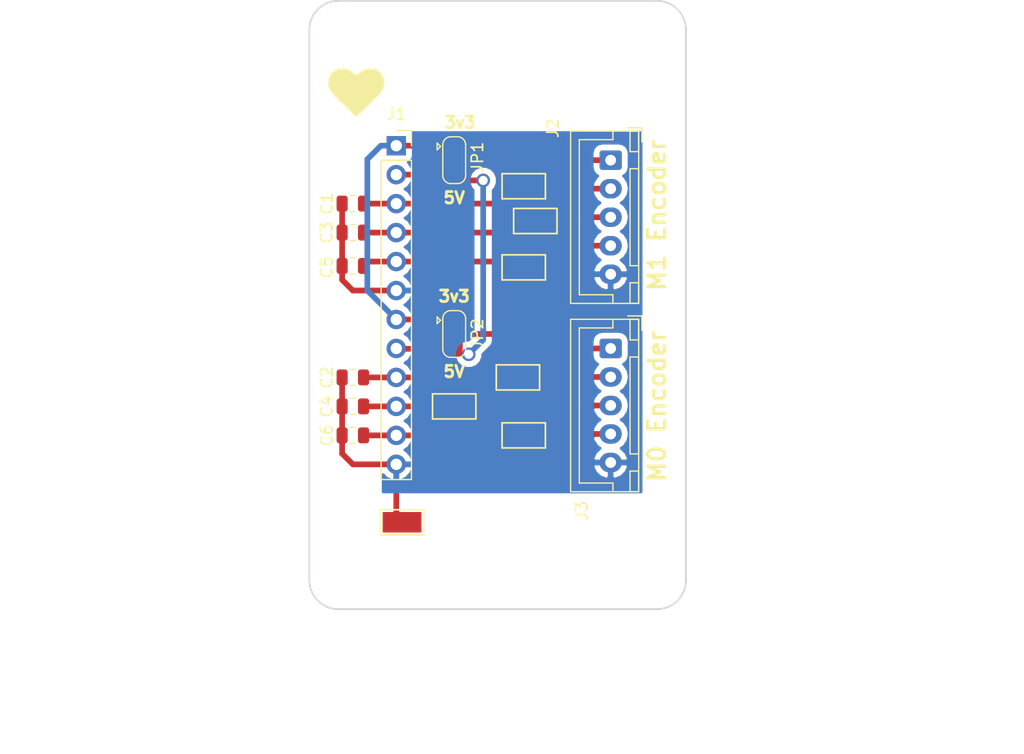
<source format=kicad_pcb>
(kicad_pcb (version 20171130) (host pcbnew 5.0.2+dfsg1-1)

  (general
    (thickness 1.6)
    (drawings 15)
    (tracks 64)
    (zones 0)
    (modules 22)
    (nets 12)
  )

  (page A4)
  (layers
    (0 F.Cu signal)
    (31 B.Cu signal)
    (32 B.Adhes user)
    (33 F.Adhes user)
    (34 B.Paste user)
    (35 F.Paste user)
    (36 B.SilkS user)
    (37 F.SilkS user)
    (38 B.Mask user)
    (39 F.Mask user)
    (40 Dwgs.User user)
    (41 Cmts.User user)
    (42 Eco1.User user)
    (43 Eco2.User user)
    (44 Edge.Cuts user)
    (45 Margin user)
    (46 B.CrtYd user)
    (47 F.CrtYd user)
    (48 B.Fab user)
    (49 F.Fab user)
  )

  (setup
    (last_trace_width 0.5)
    (trace_clearance 0.2)
    (zone_clearance 0.508)
    (zone_45_only no)
    (trace_min 0.2)
    (segment_width 0.2)
    (edge_width 0.15)
    (via_size 1.2)
    (via_drill 0.8)
    (via_min_size 0.4)
    (via_min_drill 0.3)
    (uvia_size 0.3)
    (uvia_drill 0.1)
    (uvias_allowed no)
    (uvia_min_size 0.2)
    (uvia_min_drill 0.1)
    (pcb_text_width 0.3)
    (pcb_text_size 1.5 1.5)
    (mod_edge_width 0.15)
    (mod_text_size 1 1)
    (mod_text_width 0.15)
    (pad_size 1.524 1.524)
    (pad_drill 0.762)
    (pad_to_mask_clearance 0.051)
    (solder_mask_min_width 0.25)
    (aux_axis_origin 0 0)
    (visible_elements FFFFFF7F)
    (pcbplotparams
      (layerselection 0x010fc_ffffffff)
      (usegerberextensions false)
      (usegerberattributes false)
      (usegerberadvancedattributes false)
      (creategerberjobfile false)
      (excludeedgelayer true)
      (linewidth 0.100000)
      (plotframeref false)
      (viasonmask false)
      (mode 1)
      (useauxorigin false)
      (hpglpennumber 1)
      (hpglpenspeed 20)
      (hpglpendiameter 15.000000)
      (psnegative false)
      (psa4output false)
      (plotreference true)
      (plotvalue true)
      (plotinvisibletext false)
      (padsonsilk false)
      (subtractmaskfromsilk false)
      (outputformat 1)
      (mirror false)
      (drillshape 1)
      (scaleselection 1)
      (outputdirectory ""))
  )

  (net 0 "")
  (net 1 "Net-(J3-Pad1)")
  (net 2 GND)
  (net 3 /Enc1PosV)
  (net 4 Enc1A)
  (net 5 Enc0A)
  (net 6 Enc1B)
  (net 7 Enc0B)
  (net 8 Enc1Z)
  (net 9 Enc0Z)
  (net 10 3v3)
  (net 11 5V)

  (net_class Default "This is the default net class."
    (clearance 0.2)
    (trace_width 0.5)
    (via_dia 1.2)
    (via_drill 0.8)
    (uvia_dia 0.3)
    (uvia_drill 0.1)
    (add_net /Enc1PosV)
    (add_net 3v3)
    (add_net 5V)
    (add_net Enc0A)
    (add_net Enc0B)
    (add_net Enc0Z)
    (add_net Enc1A)
    (add_net Enc1B)
    (add_net Enc1Z)
    (add_net GND)
    (add_net "Net-(J3-Pad1)")
  )

  (module Connector_PinSocket_2.54mm:PinSocket_1x12_P2.54mm_Vertical (layer F.Cu) (tedit 5A19A41D) (tstamp 5D3E952B)
    (at 139.7 106.68)
    (descr "Through hole straight socket strip, 1x12, 2.54mm pitch, single row (from Kicad 4.0.7), script generated")
    (tags "Through hole socket strip THT 1x12 2.54mm single row")
    (path /5D26D55C)
    (fp_text reference J1 (at 0 -2.77) (layer F.SilkS)
      (effects (font (size 1 1) (thickness 0.15)))
    )
    (fp_text value Conn_01x12_Female (at 0 30.71) (layer F.Fab)
      (effects (font (size 1 1) (thickness 0.15)))
    )
    (fp_line (start -1.27 -1.27) (end 0.635 -1.27) (layer F.Fab) (width 0.1))
    (fp_line (start 0.635 -1.27) (end 1.27 -0.635) (layer F.Fab) (width 0.1))
    (fp_line (start 1.27 -0.635) (end 1.27 29.21) (layer F.Fab) (width 0.1))
    (fp_line (start 1.27 29.21) (end -1.27 29.21) (layer F.Fab) (width 0.1))
    (fp_line (start -1.27 29.21) (end -1.27 -1.27) (layer F.Fab) (width 0.1))
    (fp_line (start -1.33 1.27) (end 1.33 1.27) (layer F.SilkS) (width 0.12))
    (fp_line (start -1.33 1.27) (end -1.33 29.27) (layer F.SilkS) (width 0.12))
    (fp_line (start -1.33 29.27) (end 1.33 29.27) (layer F.SilkS) (width 0.12))
    (fp_line (start 1.33 1.27) (end 1.33 29.27) (layer F.SilkS) (width 0.12))
    (fp_line (start 1.33 -1.33) (end 1.33 0) (layer F.SilkS) (width 0.12))
    (fp_line (start 0 -1.33) (end 1.33 -1.33) (layer F.SilkS) (width 0.12))
    (fp_line (start -1.8 -1.8) (end 1.75 -1.8) (layer F.CrtYd) (width 0.05))
    (fp_line (start 1.75 -1.8) (end 1.75 29.7) (layer F.CrtYd) (width 0.05))
    (fp_line (start 1.75 29.7) (end -1.8 29.7) (layer F.CrtYd) (width 0.05))
    (fp_line (start -1.8 29.7) (end -1.8 -1.8) (layer F.CrtYd) (width 0.05))
    (fp_text user %R (at 0 13.97 90) (layer F.Fab)
      (effects (font (size 1 1) (thickness 0.15)))
    )
    (pad 1 thru_hole rect (at 0 0) (size 1.7 1.7) (drill 1) (layers *.Cu *.Mask)
      (net 10 3v3))
    (pad 2 thru_hole oval (at 0 2.54) (size 1.7 1.7) (drill 1) (layers *.Cu *.Mask)
      (net 11 5V))
    (pad 3 thru_hole oval (at 0 5.08) (size 1.7 1.7) (drill 1) (layers *.Cu *.Mask)
      (net 4 Enc1A))
    (pad 4 thru_hole oval (at 0 7.62) (size 1.7 1.7) (drill 1) (layers *.Cu *.Mask)
      (net 6 Enc1B))
    (pad 5 thru_hole oval (at 0 10.16) (size 1.7 1.7) (drill 1) (layers *.Cu *.Mask)
      (net 8 Enc1Z))
    (pad 6 thru_hole oval (at 0 12.7) (size 1.7 1.7) (drill 1) (layers *.Cu *.Mask)
      (net 2 GND))
    (pad 7 thru_hole oval (at 0 15.24) (size 1.7 1.7) (drill 1) (layers *.Cu *.Mask)
      (net 10 3v3))
    (pad 8 thru_hole oval (at 0 17.78) (size 1.7 1.7) (drill 1) (layers *.Cu *.Mask)
      (net 11 5V))
    (pad 9 thru_hole oval (at 0 20.32) (size 1.7 1.7) (drill 1) (layers *.Cu *.Mask)
      (net 5 Enc0A))
    (pad 10 thru_hole oval (at 0 22.86) (size 1.7 1.7) (drill 1) (layers *.Cu *.Mask)
      (net 7 Enc0B))
    (pad 11 thru_hole oval (at 0 25.4) (size 1.7 1.7) (drill 1) (layers *.Cu *.Mask)
      (net 9 Enc0Z))
    (pad 12 thru_hole oval (at 0 27.94) (size 1.7 1.7) (drill 1) (layers *.Cu *.Mask)
      (net 2 GND))
    (model ${KISYS3DMOD}/Connector_PinSocket_2.54mm.3dshapes/PinSocket_1x12_P2.54mm_Vertical.wrl
      (at (xyz 0 0 0))
      (scale (xyz 1 1 1))
      (rotate (xyz 0 0 0))
    )
  )

  (module Jumper:SolderJumper-3_P1.3mm_Open_RoundedPad1.0x1.5mm (layer F.Cu) (tedit 5B391EB7) (tstamp 5D487C31)
    (at 144.78 107.95 270)
    (descr "SMD Solder 3-pad Jumper, 1x1.5mm rounded Pads, 0.3mm gap, open")
    (tags "solder jumper open")
    (path /5D323C21)
    (attr virtual)
    (fp_text reference JP1 (at -0.254 -2.032 270) (layer F.SilkS)
      (effects (font (size 1 1) (thickness 0.15)))
    )
    (fp_text value SolderJumper_3_Bridged12 (at 0 1.9 270) (layer F.Fab)
      (effects (font (size 1 1) (thickness 0.15)))
    )
    (fp_line (start -1.2 1.2) (end -0.9 1.5) (layer F.SilkS) (width 0.12))
    (fp_line (start -1.5 1.5) (end -0.9 1.5) (layer F.SilkS) (width 0.12))
    (fp_line (start -1.2 1.2) (end -1.5 1.5) (layer F.SilkS) (width 0.12))
    (fp_line (start -2.05 0.3) (end -2.05 -0.3) (layer F.SilkS) (width 0.12))
    (fp_line (start 1.4 1) (end -1.4 1) (layer F.SilkS) (width 0.12))
    (fp_line (start 2.05 -0.3) (end 2.05 0.3) (layer F.SilkS) (width 0.12))
    (fp_line (start -1.4 -1) (end 1.4 -1) (layer F.SilkS) (width 0.12))
    (fp_line (start -2.3 -1.25) (end 2.3 -1.25) (layer F.CrtYd) (width 0.05))
    (fp_line (start -2.3 -1.25) (end -2.3 1.25) (layer F.CrtYd) (width 0.05))
    (fp_line (start 2.3 1.25) (end 2.3 -1.25) (layer F.CrtYd) (width 0.05))
    (fp_line (start 2.3 1.25) (end -2.3 1.25) (layer F.CrtYd) (width 0.05))
    (fp_arc (start 1.35 -0.3) (end 2.05 -0.3) (angle -90) (layer F.SilkS) (width 0.12))
    (fp_arc (start 1.35 0.3) (end 1.35 1) (angle -90) (layer F.SilkS) (width 0.12))
    (fp_arc (start -1.35 0.3) (end -2.05 0.3) (angle -90) (layer F.SilkS) (width 0.12))
    (fp_arc (start -1.35 -0.3) (end -1.35 -1) (angle -90) (layer F.SilkS) (width 0.12))
    (pad 1 smd custom (at -1.3 0 270) (size 1 0.5) (layers F.Cu F.Mask)
      (net 10 3v3) (zone_connect 0)
      (options (clearance outline) (anchor rect))
      (primitives
        (gr_circle (center 0 0.25) (end 0.5 0.25) (width 0))
        (gr_circle (center 0 -0.25) (end 0.5 -0.25) (width 0))
        (gr_poly (pts
           (xy 0.55 -0.75) (xy 0 -0.75) (xy 0 0.75) (xy 0.55 0.75)) (width 0))
      ))
    (pad 3 smd custom (at 1.3 0 270) (size 1 0.5) (layers F.Cu F.Mask)
      (net 11 5V) (zone_connect 0)
      (options (clearance outline) (anchor rect))
      (primitives
        (gr_circle (center 0 0.25) (end 0.5 0.25) (width 0))
        (gr_circle (center 0 -0.25) (end 0.5 -0.25) (width 0))
        (gr_poly (pts
           (xy -0.55 -0.75) (xy 0 -0.75) (xy 0 0.75) (xy -0.55 0.75)) (width 0))
      ))
    (pad 2 smd rect (at 0 0 270) (size 1 1.5) (layers F.Cu F.Mask)
      (net 3 /Enc1PosV))
  )

  (module Jumper:SolderJumper-3_P1.3mm_Open_RoundedPad1.0x1.5mm (layer F.Cu) (tedit 5B391EB7) (tstamp 5D487C46)
    (at 144.78 123.19 270)
    (descr "SMD Solder 3-pad Jumper, 1x1.5mm rounded Pads, 0.3mm gap, open")
    (tags "solder jumper open")
    (path /5D324276)
    (attr virtual)
    (fp_text reference JP2 (at 0 -2.032 270) (layer F.SilkS)
      (effects (font (size 1 1) (thickness 0.15)))
    )
    (fp_text value SolderJumper_3_Bridged12 (at 0 1.9 270) (layer F.Fab)
      (effects (font (size 1 1) (thickness 0.15)))
    )
    (fp_arc (start -1.35 -0.3) (end -1.35 -1) (angle -90) (layer F.SilkS) (width 0.12))
    (fp_arc (start -1.35 0.3) (end -2.05 0.3) (angle -90) (layer F.SilkS) (width 0.12))
    (fp_arc (start 1.35 0.3) (end 1.35 1) (angle -90) (layer F.SilkS) (width 0.12))
    (fp_arc (start 1.35 -0.3) (end 2.05 -0.3) (angle -90) (layer F.SilkS) (width 0.12))
    (fp_line (start 2.3 1.25) (end -2.3 1.25) (layer F.CrtYd) (width 0.05))
    (fp_line (start 2.3 1.25) (end 2.3 -1.25) (layer F.CrtYd) (width 0.05))
    (fp_line (start -2.3 -1.25) (end -2.3 1.25) (layer F.CrtYd) (width 0.05))
    (fp_line (start -2.3 -1.25) (end 2.3 -1.25) (layer F.CrtYd) (width 0.05))
    (fp_line (start -1.4 -1) (end 1.4 -1) (layer F.SilkS) (width 0.12))
    (fp_line (start 2.05 -0.3) (end 2.05 0.3) (layer F.SilkS) (width 0.12))
    (fp_line (start 1.4 1) (end -1.4 1) (layer F.SilkS) (width 0.12))
    (fp_line (start -2.05 0.3) (end -2.05 -0.3) (layer F.SilkS) (width 0.12))
    (fp_line (start -1.2 1.2) (end -1.5 1.5) (layer F.SilkS) (width 0.12))
    (fp_line (start -1.5 1.5) (end -0.9 1.5) (layer F.SilkS) (width 0.12))
    (fp_line (start -1.2 1.2) (end -0.9 1.5) (layer F.SilkS) (width 0.12))
    (pad 2 smd rect (at 0 0 270) (size 1 1.5) (layers F.Cu F.Mask)
      (net 1 "Net-(J3-Pad1)"))
    (pad 3 smd custom (at 1.3 0 270) (size 1 0.5) (layers F.Cu F.Mask)
      (net 11 5V) (zone_connect 0)
      (options (clearance outline) (anchor rect))
      (primitives
        (gr_circle (center 0 0.25) (end 0.5 0.25) (width 0))
        (gr_circle (center 0 -0.25) (end 0.5 -0.25) (width 0))
        (gr_poly (pts
           (xy -0.55 -0.75) (xy 0 -0.75) (xy 0 0.75) (xy -0.55 0.75)) (width 0))
      ))
    (pad 1 smd custom (at -1.3 0 270) (size 1 0.5) (layers F.Cu F.Mask)
      (net 10 3v3) (zone_connect 0)
      (options (clearance outline) (anchor rect))
      (primitives
        (gr_circle (center 0 0.25) (end 0.5 0.25) (width 0))
        (gr_circle (center 0 -0.25) (end 0.5 -0.25) (width 0))
        (gr_poly (pts
           (xy 0.55 -0.75) (xy 0 -0.75) (xy 0 0.75) (xy 0.55 0.75)) (width 0))
      ))
  )

  (module MountingHole:MountingHole_3.2mm_M3 (layer F.Cu) (tedit 5D3264CE) (tstamp 5D487F62)
    (at 149.86 99.06)
    (descr "Mounting Hole 3.2mm, no annular, M3")
    (tags "mounting hole 3.2mm no annular m3")
    (path /5D326DC1)
    (attr virtual)
    (fp_text reference H1 (at 0 -4.2) (layer F.SilkS) hide
      (effects (font (size 1 1) (thickness 0.15)))
    )
    (fp_text value MountingHole (at 0 4.2) (layer F.Fab)
      (effects (font (size 1 1) (thickness 0.15)))
    )
    (fp_text user %R (at 0.3 0) (layer F.Fab)
      (effects (font (size 1 1) (thickness 0.15)))
    )
    (fp_circle (center 0 0) (end 3.2 0) (layer Cmts.User) (width 0.15))
    (fp_circle (center 0 0) (end 3.45 0) (layer F.CrtYd) (width 0.05))
    (pad 1 np_thru_hole circle (at 0 0) (size 3.2 3.2) (drill 3.2) (layers *.Cu *.Mask))
  )

  (module MountingHole:MountingHole_3.2mm_M3 (layer F.Cu) (tedit 5D3264DA) (tstamp 5D487F6A)
    (at 149.86 142.24)
    (descr "Mounting Hole 3.2mm, no annular, M3")
    (tags "mounting hole 3.2mm no annular m3")
    (path /5D326F6A)
    (attr virtual)
    (fp_text reference H2 (at 0 -4.2) (layer F.SilkS) hide
      (effects (font (size 1 1) (thickness 0.15)))
    )
    (fp_text value MountingHole (at 0 4.2) (layer F.Fab)
      (effects (font (size 1 1) (thickness 0.15)))
    )
    (fp_text user %R (at 0.3 0) (layer F.Fab)
      (effects (font (size 1 1) (thickness 0.15)))
    )
    (fp_circle (center 0 0) (end 3.2 0) (layer Cmts.User) (width 0.15))
    (fp_circle (center 0 0) (end 3.45 0) (layer F.CrtYd) (width 0.05))
    (pad 1 np_thru_hole circle (at 0 0) (size 3.2 3.2) (drill 3.2) (layers *.Cu *.Mask))
  )

  (module MountingHole:MountingHole_3.2mm_M3 (layer F.Cu) (tedit 5D3264D2) (tstamp 5D487F72)
    (at 160.02 99.06)
    (descr "Mounting Hole 3.2mm, no annular, M3")
    (tags "mounting hole 3.2mm no annular m3")
    (path /5D326F2D)
    (attr virtual)
    (fp_text reference H3 (at 0 -4.2) (layer F.SilkS) hide
      (effects (font (size 1 1) (thickness 0.15)))
    )
    (fp_text value MountingHole (at 0 4.2) (layer F.Fab)
      (effects (font (size 1 1) (thickness 0.15)))
    )
    (fp_circle (center 0 0) (end 3.45 0) (layer F.CrtYd) (width 0.05))
    (fp_circle (center 0 0) (end 3.2 0) (layer Cmts.User) (width 0.15))
    (fp_text user %R (at 0.3 0) (layer F.Fab)
      (effects (font (size 1 1) (thickness 0.15)))
    )
    (pad 1 np_thru_hole circle (at 0 0) (size 3.2 3.2) (drill 3.2) (layers *.Cu *.Mask))
  )

  (module MountingHole:MountingHole_3.2mm_M3 (layer F.Cu) (tedit 5D3264DD) (tstamp 5D487F7A)
    (at 160.02 142.24)
    (descr "Mounting Hole 3.2mm, no annular, M3")
    (tags "mounting hole 3.2mm no annular m3")
    (path /5D326FAA)
    (attr virtual)
    (fp_text reference H4 (at 0 -4.2) (layer F.SilkS) hide
      (effects (font (size 1 1) (thickness 0.15)))
    )
    (fp_text value MountingHole (at 0 4.2) (layer F.Fab)
      (effects (font (size 1 1) (thickness 0.15)))
    )
    (fp_circle (center 0 0) (end 3.45 0) (layer F.CrtYd) (width 0.05))
    (fp_circle (center 0 0) (end 3.2 0) (layer Cmts.User) (width 0.15))
    (fp_text user %R (at 0.3 0) (layer F.Fab)
      (effects (font (size 1 1) (thickness 0.15)))
    )
    (pad 1 np_thru_hole circle (at 0 0) (size 3.2 3.2) (drill 3.2) (layers *.Cu *.Mask))
  )

  (module Capacitor_SMD:C_0805_2012Metric (layer F.Cu) (tedit 5B36C52B) (tstamp 5D4880C9)
    (at 135.89 111.76 180)
    (descr "Capacitor SMD 0805 (2012 Metric), square (rectangular) end terminal, IPC_7351 nominal, (Body size source: https://docs.google.com/spreadsheets/d/1BsfQQcO9C6DZCsRaXUlFlo91Tg2WpOkGARC1WS5S8t0/edit?usp=sharing), generated with kicad-footprint-generator")
    (tags capacitor)
    (path /5D32A8DB)
    (attr smd)
    (fp_text reference C1 (at 2.286 0 270) (layer F.SilkS)
      (effects (font (size 1 1) (thickness 0.15)))
    )
    (fp_text value C (at 0 1.65 180) (layer F.Fab)
      (effects (font (size 1 1) (thickness 0.15)))
    )
    (fp_line (start -1 0.6) (end -1 -0.6) (layer F.Fab) (width 0.1))
    (fp_line (start -1 -0.6) (end 1 -0.6) (layer F.Fab) (width 0.1))
    (fp_line (start 1 -0.6) (end 1 0.6) (layer F.Fab) (width 0.1))
    (fp_line (start 1 0.6) (end -1 0.6) (layer F.Fab) (width 0.1))
    (fp_line (start -0.258578 -0.71) (end 0.258578 -0.71) (layer F.SilkS) (width 0.12))
    (fp_line (start -0.258578 0.71) (end 0.258578 0.71) (layer F.SilkS) (width 0.12))
    (fp_line (start -1.68 0.95) (end -1.68 -0.95) (layer F.CrtYd) (width 0.05))
    (fp_line (start -1.68 -0.95) (end 1.68 -0.95) (layer F.CrtYd) (width 0.05))
    (fp_line (start 1.68 -0.95) (end 1.68 0.95) (layer F.CrtYd) (width 0.05))
    (fp_line (start 1.68 0.95) (end -1.68 0.95) (layer F.CrtYd) (width 0.05))
    (fp_text user %R (at 0 0 180) (layer F.Fab)
      (effects (font (size 0.5 0.5) (thickness 0.08)))
    )
    (pad 1 smd roundrect (at -0.9375 0 180) (size 0.975 1.4) (layers F.Cu F.Paste F.Mask) (roundrect_rratio 0.25)
      (net 4 Enc1A))
    (pad 2 smd roundrect (at 0.9375 0 180) (size 0.975 1.4) (layers F.Cu F.Paste F.Mask) (roundrect_rratio 0.25)
      (net 2 GND))
    (model ${KISYS3DMOD}/Capacitor_SMD.3dshapes/C_0805_2012Metric.wrl
      (at (xyz 0 0 0))
      (scale (xyz 1 1 1))
      (rotate (xyz 0 0 0))
    )
  )

  (module Capacitor_SMD:C_0805_2012Metric (layer F.Cu) (tedit 5B36C52B) (tstamp 5D4880DA)
    (at 135.89 127 180)
    (descr "Capacitor SMD 0805 (2012 Metric), square (rectangular) end terminal, IPC_7351 nominal, (Body size source: https://docs.google.com/spreadsheets/d/1BsfQQcO9C6DZCsRaXUlFlo91Tg2WpOkGARC1WS5S8t0/edit?usp=sharing), generated with kicad-footprint-generator")
    (tags capacitor)
    (path /5D33354A)
    (attr smd)
    (fp_text reference C2 (at 2.286 0 270) (layer F.SilkS)
      (effects (font (size 1 1) (thickness 0.15)))
    )
    (fp_text value C (at 0 1.65 180) (layer F.Fab)
      (effects (font (size 1 1) (thickness 0.15)))
    )
    (fp_text user %R (at 0 0 180) (layer F.Fab)
      (effects (font (size 0.5 0.5) (thickness 0.08)))
    )
    (fp_line (start 1.68 0.95) (end -1.68 0.95) (layer F.CrtYd) (width 0.05))
    (fp_line (start 1.68 -0.95) (end 1.68 0.95) (layer F.CrtYd) (width 0.05))
    (fp_line (start -1.68 -0.95) (end 1.68 -0.95) (layer F.CrtYd) (width 0.05))
    (fp_line (start -1.68 0.95) (end -1.68 -0.95) (layer F.CrtYd) (width 0.05))
    (fp_line (start -0.258578 0.71) (end 0.258578 0.71) (layer F.SilkS) (width 0.12))
    (fp_line (start -0.258578 -0.71) (end 0.258578 -0.71) (layer F.SilkS) (width 0.12))
    (fp_line (start 1 0.6) (end -1 0.6) (layer F.Fab) (width 0.1))
    (fp_line (start 1 -0.6) (end 1 0.6) (layer F.Fab) (width 0.1))
    (fp_line (start -1 -0.6) (end 1 -0.6) (layer F.Fab) (width 0.1))
    (fp_line (start -1 0.6) (end -1 -0.6) (layer F.Fab) (width 0.1))
    (pad 2 smd roundrect (at 0.9375 0 180) (size 0.975 1.4) (layers F.Cu F.Paste F.Mask) (roundrect_rratio 0.25)
      (net 2 GND))
    (pad 1 smd roundrect (at -0.9375 0 180) (size 0.975 1.4) (layers F.Cu F.Paste F.Mask) (roundrect_rratio 0.25)
      (net 5 Enc0A))
    (model ${KISYS3DMOD}/Capacitor_SMD.3dshapes/C_0805_2012Metric.wrl
      (at (xyz 0 0 0))
      (scale (xyz 1 1 1))
      (rotate (xyz 0 0 0))
    )
  )

  (module Capacitor_SMD:C_0805_2012Metric (layer F.Cu) (tedit 5B36C52B) (tstamp 5D4880EB)
    (at 135.89 114.3 180)
    (descr "Capacitor SMD 0805 (2012 Metric), square (rectangular) end terminal, IPC_7351 nominal, (Body size source: https://docs.google.com/spreadsheets/d/1BsfQQcO9C6DZCsRaXUlFlo91Tg2WpOkGARC1WS5S8t0/edit?usp=sharing), generated with kicad-footprint-generator")
    (tags capacitor)
    (path /5D32A9B1)
    (attr smd)
    (fp_text reference C3 (at 2.286 0 270) (layer F.SilkS)
      (effects (font (size 1 1) (thickness 0.15)))
    )
    (fp_text value C (at 0 1.65 180) (layer F.Fab)
      (effects (font (size 1 1) (thickness 0.15)))
    )
    (fp_text user %R (at 0 0 180) (layer F.Fab)
      (effects (font (size 0.5 0.5) (thickness 0.08)))
    )
    (fp_line (start 1.68 0.95) (end -1.68 0.95) (layer F.CrtYd) (width 0.05))
    (fp_line (start 1.68 -0.95) (end 1.68 0.95) (layer F.CrtYd) (width 0.05))
    (fp_line (start -1.68 -0.95) (end 1.68 -0.95) (layer F.CrtYd) (width 0.05))
    (fp_line (start -1.68 0.95) (end -1.68 -0.95) (layer F.CrtYd) (width 0.05))
    (fp_line (start -0.258578 0.71) (end 0.258578 0.71) (layer F.SilkS) (width 0.12))
    (fp_line (start -0.258578 -0.71) (end 0.258578 -0.71) (layer F.SilkS) (width 0.12))
    (fp_line (start 1 0.6) (end -1 0.6) (layer F.Fab) (width 0.1))
    (fp_line (start 1 -0.6) (end 1 0.6) (layer F.Fab) (width 0.1))
    (fp_line (start -1 -0.6) (end 1 -0.6) (layer F.Fab) (width 0.1))
    (fp_line (start -1 0.6) (end -1 -0.6) (layer F.Fab) (width 0.1))
    (pad 2 smd roundrect (at 0.9375 0 180) (size 0.975 1.4) (layers F.Cu F.Paste F.Mask) (roundrect_rratio 0.25)
      (net 2 GND))
    (pad 1 smd roundrect (at -0.9375 0 180) (size 0.975 1.4) (layers F.Cu F.Paste F.Mask) (roundrect_rratio 0.25)
      (net 6 Enc1B))
    (model ${KISYS3DMOD}/Capacitor_SMD.3dshapes/C_0805_2012Metric.wrl
      (at (xyz 0 0 0))
      (scale (xyz 1 1 1))
      (rotate (xyz 0 0 0))
    )
  )

  (module Capacitor_SMD:C_0805_2012Metric (layer F.Cu) (tedit 5B36C52B) (tstamp 5D4880FC)
    (at 135.89 129.54 180)
    (descr "Capacitor SMD 0805 (2012 Metric), square (rectangular) end terminal, IPC_7351 nominal, (Body size source: https://docs.google.com/spreadsheets/d/1BsfQQcO9C6DZCsRaXUlFlo91Tg2WpOkGARC1WS5S8t0/edit?usp=sharing), generated with kicad-footprint-generator")
    (tags capacitor)
    (path /5D333550)
    (attr smd)
    (fp_text reference C4 (at 2.286 0 270) (layer F.SilkS)
      (effects (font (size 1 1) (thickness 0.15)))
    )
    (fp_text value C (at 0 1.65 180) (layer F.Fab)
      (effects (font (size 1 1) (thickness 0.15)))
    )
    (fp_line (start -1 0.6) (end -1 -0.6) (layer F.Fab) (width 0.1))
    (fp_line (start -1 -0.6) (end 1 -0.6) (layer F.Fab) (width 0.1))
    (fp_line (start 1 -0.6) (end 1 0.6) (layer F.Fab) (width 0.1))
    (fp_line (start 1 0.6) (end -1 0.6) (layer F.Fab) (width 0.1))
    (fp_line (start -0.258578 -0.71) (end 0.258578 -0.71) (layer F.SilkS) (width 0.12))
    (fp_line (start -0.258578 0.71) (end 0.258578 0.71) (layer F.SilkS) (width 0.12))
    (fp_line (start -1.68 0.95) (end -1.68 -0.95) (layer F.CrtYd) (width 0.05))
    (fp_line (start -1.68 -0.95) (end 1.68 -0.95) (layer F.CrtYd) (width 0.05))
    (fp_line (start 1.68 -0.95) (end 1.68 0.95) (layer F.CrtYd) (width 0.05))
    (fp_line (start 1.68 0.95) (end -1.68 0.95) (layer F.CrtYd) (width 0.05))
    (fp_text user %R (at 0 0 180) (layer F.Fab)
      (effects (font (size 0.5 0.5) (thickness 0.08)))
    )
    (pad 1 smd roundrect (at -0.9375 0 180) (size 0.975 1.4) (layers F.Cu F.Paste F.Mask) (roundrect_rratio 0.25)
      (net 7 Enc0B))
    (pad 2 smd roundrect (at 0.9375 0 180) (size 0.975 1.4) (layers F.Cu F.Paste F.Mask) (roundrect_rratio 0.25)
      (net 2 GND))
    (model ${KISYS3DMOD}/Capacitor_SMD.3dshapes/C_0805_2012Metric.wrl
      (at (xyz 0 0 0))
      (scale (xyz 1 1 1))
      (rotate (xyz 0 0 0))
    )
  )

  (module Capacitor_SMD:C_0805_2012Metric (layer F.Cu) (tedit 5B36C52B) (tstamp 5D48810D)
    (at 135.89 117.225001 180)
    (descr "Capacitor SMD 0805 (2012 Metric), square (rectangular) end terminal, IPC_7351 nominal, (Body size source: https://docs.google.com/spreadsheets/d/1BsfQQcO9C6DZCsRaXUlFlo91Tg2WpOkGARC1WS5S8t0/edit?usp=sharing), generated with kicad-footprint-generator")
    (tags capacitor)
    (path /5D32A9FA)
    (attr smd)
    (fp_text reference C5 (at 2.286 -0.122999 270) (layer F.SilkS)
      (effects (font (size 1 1) (thickness 0.15)))
    )
    (fp_text value C (at 0 1.65 180) (layer F.Fab)
      (effects (font (size 1 1) (thickness 0.15)))
    )
    (fp_line (start -1 0.6) (end -1 -0.6) (layer F.Fab) (width 0.1))
    (fp_line (start -1 -0.6) (end 1 -0.6) (layer F.Fab) (width 0.1))
    (fp_line (start 1 -0.6) (end 1 0.6) (layer F.Fab) (width 0.1))
    (fp_line (start 1 0.6) (end -1 0.6) (layer F.Fab) (width 0.1))
    (fp_line (start -0.258578 -0.71) (end 0.258578 -0.71) (layer F.SilkS) (width 0.12))
    (fp_line (start -0.258578 0.71) (end 0.258578 0.71) (layer F.SilkS) (width 0.12))
    (fp_line (start -1.68 0.95) (end -1.68 -0.95) (layer F.CrtYd) (width 0.05))
    (fp_line (start -1.68 -0.95) (end 1.68 -0.95) (layer F.CrtYd) (width 0.05))
    (fp_line (start 1.68 -0.95) (end 1.68 0.95) (layer F.CrtYd) (width 0.05))
    (fp_line (start 1.68 0.95) (end -1.68 0.95) (layer F.CrtYd) (width 0.05))
    (fp_text user %R (at 0 0 180) (layer F.Fab)
      (effects (font (size 0.5 0.5) (thickness 0.08)))
    )
    (pad 1 smd roundrect (at -0.9375 0 180) (size 0.975 1.4) (layers F.Cu F.Paste F.Mask) (roundrect_rratio 0.25)
      (net 8 Enc1Z))
    (pad 2 smd roundrect (at 0.9375 0 180) (size 0.975 1.4) (layers F.Cu F.Paste F.Mask) (roundrect_rratio 0.25)
      (net 2 GND))
    (model ${KISYS3DMOD}/Capacitor_SMD.3dshapes/C_0805_2012Metric.wrl
      (at (xyz 0 0 0))
      (scale (xyz 1 1 1))
      (rotate (xyz 0 0 0))
    )
  )

  (module Capacitor_SMD:C_0805_2012Metric (layer F.Cu) (tedit 5B36C52B) (tstamp 5D48811E)
    (at 135.89 132.08 180)
    (descr "Capacitor SMD 0805 (2012 Metric), square (rectangular) end terminal, IPC_7351 nominal, (Body size source: https://docs.google.com/spreadsheets/d/1BsfQQcO9C6DZCsRaXUlFlo91Tg2WpOkGARC1WS5S8t0/edit?usp=sharing), generated with kicad-footprint-generator")
    (tags capacitor)
    (path /5D333556)
    (attr smd)
    (fp_text reference C6 (at 2.286 0 270) (layer F.SilkS)
      (effects (font (size 1 1) (thickness 0.15)))
    )
    (fp_text value C (at 0 1.65 180) (layer F.Fab)
      (effects (font (size 1 1) (thickness 0.15)))
    )
    (fp_text user %R (at 0 0 180) (layer F.Fab)
      (effects (font (size 0.5 0.5) (thickness 0.08)))
    )
    (fp_line (start 1.68 0.95) (end -1.68 0.95) (layer F.CrtYd) (width 0.05))
    (fp_line (start 1.68 -0.95) (end 1.68 0.95) (layer F.CrtYd) (width 0.05))
    (fp_line (start -1.68 -0.95) (end 1.68 -0.95) (layer F.CrtYd) (width 0.05))
    (fp_line (start -1.68 0.95) (end -1.68 -0.95) (layer F.CrtYd) (width 0.05))
    (fp_line (start -0.258578 0.71) (end 0.258578 0.71) (layer F.SilkS) (width 0.12))
    (fp_line (start -0.258578 -0.71) (end 0.258578 -0.71) (layer F.SilkS) (width 0.12))
    (fp_line (start 1 0.6) (end -1 0.6) (layer F.Fab) (width 0.1))
    (fp_line (start 1 -0.6) (end 1 0.6) (layer F.Fab) (width 0.1))
    (fp_line (start -1 -0.6) (end 1 -0.6) (layer F.Fab) (width 0.1))
    (fp_line (start -1 0.6) (end -1 -0.6) (layer F.Fab) (width 0.1))
    (pad 2 smd roundrect (at 0.9375 0 180) (size 0.975 1.4) (layers F.Cu F.Paste F.Mask) (roundrect_rratio 0.25)
      (net 2 GND))
    (pad 1 smd roundrect (at -0.9375 0 180) (size 0.975 1.4) (layers F.Cu F.Paste F.Mask) (roundrect_rratio 0.25)
      (net 9 Enc0Z))
    (model ${KISYS3DMOD}/Capacitor_SMD.3dshapes/C_0805_2012Metric.wrl
      (at (xyz 0 0 0))
      (scale (xyz 1 1 1))
      (rotate (xyz 0 0 0))
    )
  )

  (module Connector_JST:JST_XH_B05B-XH-A_1x05_P2.50mm_Vertical (layer F.Cu) (tedit 5B7754C5) (tstamp 5D48856D)
    (at 158.496 107.95 270)
    (descr "JST XH series connector, B05B-XH-A (http://www.jst-mfg.com/product/pdf/eng/eXH.pdf), generated with kicad-footprint-generator")
    (tags "connector JST XH side entry")
    (path /5D323764)
    (fp_text reference J2 (at -2.794 5.08 270) (layer F.SilkS)
      (effects (font (size 1 1) (thickness 0.15)))
    )
    (fp_text value Conn_01x05_Male (at 5 4.6 270) (layer F.Fab)
      (effects (font (size 1 1) (thickness 0.15)))
    )
    (fp_text user %R (at 5 2.7 270) (layer F.Fab)
      (effects (font (size 1 1) (thickness 0.15)))
    )
    (fp_line (start -2.85 -2.75) (end -2.85 -1.5) (layer F.SilkS) (width 0.12))
    (fp_line (start -1.6 -2.75) (end -2.85 -2.75) (layer F.SilkS) (width 0.12))
    (fp_line (start 11.8 2.75) (end 5 2.75) (layer F.SilkS) (width 0.12))
    (fp_line (start 11.8 -0.2) (end 11.8 2.75) (layer F.SilkS) (width 0.12))
    (fp_line (start 12.55 -0.2) (end 11.8 -0.2) (layer F.SilkS) (width 0.12))
    (fp_line (start -1.8 2.75) (end 5 2.75) (layer F.SilkS) (width 0.12))
    (fp_line (start -1.8 -0.2) (end -1.8 2.75) (layer F.SilkS) (width 0.12))
    (fp_line (start -2.55 -0.2) (end -1.8 -0.2) (layer F.SilkS) (width 0.12))
    (fp_line (start 12.55 -2.45) (end 10.75 -2.45) (layer F.SilkS) (width 0.12))
    (fp_line (start 12.55 -1.7) (end 12.55 -2.45) (layer F.SilkS) (width 0.12))
    (fp_line (start 10.75 -1.7) (end 12.55 -1.7) (layer F.SilkS) (width 0.12))
    (fp_line (start 10.75 -2.45) (end 10.75 -1.7) (layer F.SilkS) (width 0.12))
    (fp_line (start -0.75 -2.45) (end -2.55 -2.45) (layer F.SilkS) (width 0.12))
    (fp_line (start -0.75 -1.7) (end -0.75 -2.45) (layer F.SilkS) (width 0.12))
    (fp_line (start -2.55 -1.7) (end -0.75 -1.7) (layer F.SilkS) (width 0.12))
    (fp_line (start -2.55 -2.45) (end -2.55 -1.7) (layer F.SilkS) (width 0.12))
    (fp_line (start 9.25 -2.45) (end 0.75 -2.45) (layer F.SilkS) (width 0.12))
    (fp_line (start 9.25 -1.7) (end 9.25 -2.45) (layer F.SilkS) (width 0.12))
    (fp_line (start 0.75 -1.7) (end 9.25 -1.7) (layer F.SilkS) (width 0.12))
    (fp_line (start 0.75 -2.45) (end 0.75 -1.7) (layer F.SilkS) (width 0.12))
    (fp_line (start 0 -1.35) (end 0.625 -2.35) (layer F.Fab) (width 0.1))
    (fp_line (start -0.625 -2.35) (end 0 -1.35) (layer F.Fab) (width 0.1))
    (fp_line (start 12.95 -2.85) (end -2.95 -2.85) (layer F.CrtYd) (width 0.05))
    (fp_line (start 12.95 3.9) (end 12.95 -2.85) (layer F.CrtYd) (width 0.05))
    (fp_line (start -2.95 3.9) (end 12.95 3.9) (layer F.CrtYd) (width 0.05))
    (fp_line (start -2.95 -2.85) (end -2.95 3.9) (layer F.CrtYd) (width 0.05))
    (fp_line (start 12.56 -2.46) (end -2.56 -2.46) (layer F.SilkS) (width 0.12))
    (fp_line (start 12.56 3.51) (end 12.56 -2.46) (layer F.SilkS) (width 0.12))
    (fp_line (start -2.56 3.51) (end 12.56 3.51) (layer F.SilkS) (width 0.12))
    (fp_line (start -2.56 -2.46) (end -2.56 3.51) (layer F.SilkS) (width 0.12))
    (fp_line (start 12.45 -2.35) (end -2.45 -2.35) (layer F.Fab) (width 0.1))
    (fp_line (start 12.45 3.4) (end 12.45 -2.35) (layer F.Fab) (width 0.1))
    (fp_line (start -2.45 3.4) (end 12.45 3.4) (layer F.Fab) (width 0.1))
    (fp_line (start -2.45 -2.35) (end -2.45 3.4) (layer F.Fab) (width 0.1))
    (pad 5 thru_hole oval (at 10 0 270) (size 1.7 1.95) (drill 0.95) (layers *.Cu *.Mask)
      (net 2 GND))
    (pad 4 thru_hole oval (at 7.5 0 270) (size 1.7 1.95) (drill 0.95) (layers *.Cu *.Mask)
      (net 8 Enc1Z))
    (pad 3 thru_hole oval (at 5 0 270) (size 1.7 1.95) (drill 0.95) (layers *.Cu *.Mask)
      (net 6 Enc1B))
    (pad 2 thru_hole oval (at 2.5 0 270) (size 1.7 1.95) (drill 0.95) (layers *.Cu *.Mask)
      (net 4 Enc1A))
    (pad 1 thru_hole roundrect (at 0 0 270) (size 1.7 1.95) (drill 0.95) (layers *.Cu *.Mask) (roundrect_rratio 0.147059)
      (net 3 /Enc1PosV))
    (model ${KISYS3DMOD}/Connector_JST.3dshapes/JST_XH_B05B-XH-A_1x05_P2.50mm_Vertical.wrl
      (at (xyz 0 0 0))
      (scale (xyz 1 1 1))
      (rotate (xyz 0 0 0))
    )
  )

  (module Connector_JST:JST_XH_B05B-XH-A_1x05_P2.50mm_Vertical (layer F.Cu) (tedit 5B7754C5) (tstamp 5D488598)
    (at 158.496 124.46 270)
    (descr "JST XH series connector, B05B-XH-A (http://www.jst-mfg.com/product/pdf/eng/eXH.pdf), generated with kicad-footprint-generator")
    (tags "connector JST XH side entry")
    (path /5D26DA02)
    (fp_text reference J3 (at 14.224 2.54 270) (layer F.SilkS)
      (effects (font (size 1 1) (thickness 0.15)))
    )
    (fp_text value Conn_01x05_Male (at 5 4.6 270) (layer F.Fab)
      (effects (font (size 1 1) (thickness 0.15)))
    )
    (fp_line (start -2.45 -2.35) (end -2.45 3.4) (layer F.Fab) (width 0.1))
    (fp_line (start -2.45 3.4) (end 12.45 3.4) (layer F.Fab) (width 0.1))
    (fp_line (start 12.45 3.4) (end 12.45 -2.35) (layer F.Fab) (width 0.1))
    (fp_line (start 12.45 -2.35) (end -2.45 -2.35) (layer F.Fab) (width 0.1))
    (fp_line (start -2.56 -2.46) (end -2.56 3.51) (layer F.SilkS) (width 0.12))
    (fp_line (start -2.56 3.51) (end 12.56 3.51) (layer F.SilkS) (width 0.12))
    (fp_line (start 12.56 3.51) (end 12.56 -2.46) (layer F.SilkS) (width 0.12))
    (fp_line (start 12.56 -2.46) (end -2.56 -2.46) (layer F.SilkS) (width 0.12))
    (fp_line (start -2.95 -2.85) (end -2.95 3.9) (layer F.CrtYd) (width 0.05))
    (fp_line (start -2.95 3.9) (end 12.95 3.9) (layer F.CrtYd) (width 0.05))
    (fp_line (start 12.95 3.9) (end 12.95 -2.85) (layer F.CrtYd) (width 0.05))
    (fp_line (start 12.95 -2.85) (end -2.95 -2.85) (layer F.CrtYd) (width 0.05))
    (fp_line (start -0.625 -2.35) (end 0 -1.35) (layer F.Fab) (width 0.1))
    (fp_line (start 0 -1.35) (end 0.625 -2.35) (layer F.Fab) (width 0.1))
    (fp_line (start 0.75 -2.45) (end 0.75 -1.7) (layer F.SilkS) (width 0.12))
    (fp_line (start 0.75 -1.7) (end 9.25 -1.7) (layer F.SilkS) (width 0.12))
    (fp_line (start 9.25 -1.7) (end 9.25 -2.45) (layer F.SilkS) (width 0.12))
    (fp_line (start 9.25 -2.45) (end 0.75 -2.45) (layer F.SilkS) (width 0.12))
    (fp_line (start -2.55 -2.45) (end -2.55 -1.7) (layer F.SilkS) (width 0.12))
    (fp_line (start -2.55 -1.7) (end -0.75 -1.7) (layer F.SilkS) (width 0.12))
    (fp_line (start -0.75 -1.7) (end -0.75 -2.45) (layer F.SilkS) (width 0.12))
    (fp_line (start -0.75 -2.45) (end -2.55 -2.45) (layer F.SilkS) (width 0.12))
    (fp_line (start 10.75 -2.45) (end 10.75 -1.7) (layer F.SilkS) (width 0.12))
    (fp_line (start 10.75 -1.7) (end 12.55 -1.7) (layer F.SilkS) (width 0.12))
    (fp_line (start 12.55 -1.7) (end 12.55 -2.45) (layer F.SilkS) (width 0.12))
    (fp_line (start 12.55 -2.45) (end 10.75 -2.45) (layer F.SilkS) (width 0.12))
    (fp_line (start -2.55 -0.2) (end -1.8 -0.2) (layer F.SilkS) (width 0.12))
    (fp_line (start -1.8 -0.2) (end -1.8 2.75) (layer F.SilkS) (width 0.12))
    (fp_line (start -1.8 2.75) (end 5 2.75) (layer F.SilkS) (width 0.12))
    (fp_line (start 12.55 -0.2) (end 11.8 -0.2) (layer F.SilkS) (width 0.12))
    (fp_line (start 11.8 -0.2) (end 11.8 2.75) (layer F.SilkS) (width 0.12))
    (fp_line (start 11.8 2.75) (end 5 2.75) (layer F.SilkS) (width 0.12))
    (fp_line (start -1.6 -2.75) (end -2.85 -2.75) (layer F.SilkS) (width 0.12))
    (fp_line (start -2.85 -2.75) (end -2.85 -1.5) (layer F.SilkS) (width 0.12))
    (fp_text user %R (at 5 2.7 270) (layer F.Fab)
      (effects (font (size 1 1) (thickness 0.15)))
    )
    (pad 1 thru_hole roundrect (at 0 0 270) (size 1.7 1.95) (drill 0.95) (layers *.Cu *.Mask) (roundrect_rratio 0.147059)
      (net 1 "Net-(J3-Pad1)"))
    (pad 2 thru_hole oval (at 2.5 0 270) (size 1.7 1.95) (drill 0.95) (layers *.Cu *.Mask)
      (net 5 Enc0A))
    (pad 3 thru_hole oval (at 5 0 270) (size 1.7 1.95) (drill 0.95) (layers *.Cu *.Mask)
      (net 7 Enc0B))
    (pad 4 thru_hole oval (at 7.5 0 270) (size 1.7 1.95) (drill 0.95) (layers *.Cu *.Mask)
      (net 9 Enc0Z))
    (pad 5 thru_hole oval (at 10 0 270) (size 1.7 1.95) (drill 0.95) (layers *.Cu *.Mask)
      (net 2 GND))
    (model ${KISYS3DMOD}/Connector_JST.3dshapes/JST_XH_B05B-XH-A_1x05_P2.50mm_Vertical.wrl
      (at (xyz 0 0 0))
      (scale (xyz 1 1 1))
      (rotate (xyz 0 0 0))
    )
  )

  (module TestPoint:TestPoint_Keystone_5015_Micro-Minature (layer F.Cu) (tedit 5D3268ED) (tstamp 5D489782)
    (at 140.208 139.7)
    (descr "SMT Test Point- Micro Miniature 5015, http://www.keyelco.com/product-pdf.cfm?p=1353")
    (tags "Test Point")
    (path /5D3556B2)
    (attr smd)
    (fp_text reference TP1 (at -5.588 0) (layer F.SilkS) hide
      (effects (font (size 1 1) (thickness 0.15)))
    )
    (fp_text value TestPoint (at 0 2.25) (layer F.Fab)
      (effects (font (size 1 1) (thickness 0.15)))
    )
    (fp_text user %R (at 0 0) (layer F.Fab)
      (effects (font (size 0.6 0.6) (thickness 0.09)))
    )
    (fp_line (start -2.15 -1.35) (end 2.15 -1.35) (layer F.CrtYd) (width 0.05))
    (fp_line (start 2.15 -1.35) (end 2.15 1.35) (layer F.CrtYd) (width 0.05))
    (fp_line (start 2.15 1.35) (end -2.15 1.35) (layer F.CrtYd) (width 0.05))
    (fp_line (start -2.15 1.35) (end -2.15 -1.35) (layer F.CrtYd) (width 0.05))
    (fp_line (start -1.9 -1.1) (end 1.9 -1.1) (layer F.SilkS) (width 0.15))
    (fp_line (start 1.9 -1.1) (end 1.9 1.1) (layer F.SilkS) (width 0.15))
    (fp_line (start 1.9 1.1) (end -1.9 1.1) (layer F.SilkS) (width 0.15))
    (fp_line (start -1.9 1.1) (end -1.9 -1.1) (layer F.SilkS) (width 0.15))
    (fp_line (start -1.35 0.5) (end 1.35 0.5) (layer F.Fab) (width 0.15))
    (fp_line (start 1.35 -0.5) (end 1.35 0.5) (layer F.Fab) (width 0.15))
    (fp_line (start 1.35 -0.5) (end -1.35 -0.5) (layer F.Fab) (width 0.15))
    (fp_line (start -1.35 0.5) (end -1.35 -0.5) (layer F.Fab) (width 0.15))
    (pad 1 smd rect (at 0 0) (size 3.4 1.8) (layers F.Cu F.Paste F.Mask)
      (net 2 GND))
    (model ${KISYS3DMOD}/TestPoint.3dshapes/TestPoint_Keystone_5015_Micro-Minature.wrl
      (at (xyz 0 0 0))
      (scale (xyz 1 1 1))
      (rotate (xyz 0 0 0))
    )
  )

  (module TestPoint:TestPoint_Keystone_5015_Micro-Minature (layer F.Cu) (tedit 5D3268B9) (tstamp 5D489793)
    (at 150.876 110.236)
    (descr "SMT Test Point- Micro Miniature 5015, http://www.keyelco.com/product-pdf.cfm?p=1353")
    (tags "Test Point")
    (path /5D3594AB)
    (attr smd)
    (fp_text reference TP2 (at 0 -2.25) (layer F.SilkS) hide
      (effects (font (size 1 1) (thickness 0.15)))
    )
    (fp_text value TestPoint (at 0 2.25) (layer F.Fab)
      (effects (font (size 1 1) (thickness 0.15)))
    )
    (fp_line (start -1.35 0.5) (end -1.35 -0.5) (layer F.Fab) (width 0.15))
    (fp_line (start 1.35 -0.5) (end -1.35 -0.5) (layer F.Fab) (width 0.15))
    (fp_line (start 1.35 -0.5) (end 1.35 0.5) (layer F.Fab) (width 0.15))
    (fp_line (start -1.35 0.5) (end 1.35 0.5) (layer F.Fab) (width 0.15))
    (fp_line (start -1.9 1.1) (end -1.9 -1.1) (layer F.SilkS) (width 0.15))
    (fp_line (start 1.9 1.1) (end -1.9 1.1) (layer F.SilkS) (width 0.15))
    (fp_line (start 1.9 -1.1) (end 1.9 1.1) (layer F.SilkS) (width 0.15))
    (fp_line (start -1.9 -1.1) (end 1.9 -1.1) (layer F.SilkS) (width 0.15))
    (fp_line (start -2.15 1.35) (end -2.15 -1.35) (layer F.CrtYd) (width 0.05))
    (fp_line (start 2.15 1.35) (end -2.15 1.35) (layer F.CrtYd) (width 0.05))
    (fp_line (start 2.15 -1.35) (end 2.15 1.35) (layer F.CrtYd) (width 0.05))
    (fp_line (start -2.15 -1.35) (end 2.15 -1.35) (layer F.CrtYd) (width 0.05))
    (fp_text user %R (at 0 0) (layer F.Fab)
      (effects (font (size 0.6 0.6) (thickness 0.09)))
    )
    (pad 1 smd rect (at 0 0) (size 3.4 1.8) (layers F.Cu F.Paste F.Mask)
      (net 4 Enc1A))
    (model ${KISYS3DMOD}/TestPoint.3dshapes/TestPoint_Keystone_5015_Micro-Minature.wrl
      (at (xyz 0 0 0))
      (scale (xyz 1 1 1))
      (rotate (xyz 0 0 0))
    )
  )

  (module TestPoint:TestPoint_Keystone_5015_Micro-Minature (layer F.Cu) (tedit 5D3268BD) (tstamp 5D4897A4)
    (at 151.892 113.284)
    (descr "SMT Test Point- Micro Miniature 5015, http://www.keyelco.com/product-pdf.cfm?p=1353")
    (tags "Test Point")
    (path /5D3594FB)
    (attr smd)
    (fp_text reference TP3 (at 0 -2.25) (layer F.SilkS) hide
      (effects (font (size 1 1) (thickness 0.15)))
    )
    (fp_text value TestPoint (at 0 2.25) (layer F.Fab)
      (effects (font (size 1 1) (thickness 0.15)))
    )
    (fp_text user %R (at 0 0) (layer F.Fab)
      (effects (font (size 0.6 0.6) (thickness 0.09)))
    )
    (fp_line (start -2.15 -1.35) (end 2.15 -1.35) (layer F.CrtYd) (width 0.05))
    (fp_line (start 2.15 -1.35) (end 2.15 1.35) (layer F.CrtYd) (width 0.05))
    (fp_line (start 2.15 1.35) (end -2.15 1.35) (layer F.CrtYd) (width 0.05))
    (fp_line (start -2.15 1.35) (end -2.15 -1.35) (layer F.CrtYd) (width 0.05))
    (fp_line (start -1.9 -1.1) (end 1.9 -1.1) (layer F.SilkS) (width 0.15))
    (fp_line (start 1.9 -1.1) (end 1.9 1.1) (layer F.SilkS) (width 0.15))
    (fp_line (start 1.9 1.1) (end -1.9 1.1) (layer F.SilkS) (width 0.15))
    (fp_line (start -1.9 1.1) (end -1.9 -1.1) (layer F.SilkS) (width 0.15))
    (fp_line (start -1.35 0.5) (end 1.35 0.5) (layer F.Fab) (width 0.15))
    (fp_line (start 1.35 -0.5) (end 1.35 0.5) (layer F.Fab) (width 0.15))
    (fp_line (start 1.35 -0.5) (end -1.35 -0.5) (layer F.Fab) (width 0.15))
    (fp_line (start -1.35 0.5) (end -1.35 -0.5) (layer F.Fab) (width 0.15))
    (pad 1 smd rect (at 0 0) (size 3.4 1.8) (layers F.Cu F.Paste F.Mask)
      (net 6 Enc1B))
    (model ${KISYS3DMOD}/TestPoint.3dshapes/TestPoint_Keystone_5015_Micro-Minature.wrl
      (at (xyz 0 0 0))
      (scale (xyz 1 1 1))
      (rotate (xyz 0 0 0))
    )
  )

  (module TestPoint:TestPoint_Keystone_5015_Micro-Minature (layer F.Cu) (tedit 5D3268C1) (tstamp 5D4897B5)
    (at 150.876 117.348)
    (descr "SMT Test Point- Micro Miniature 5015, http://www.keyelco.com/product-pdf.cfm?p=1353")
    (tags "Test Point")
    (path /5D359543)
    (attr smd)
    (fp_text reference TP4 (at 0 -2.25) (layer F.SilkS) hide
      (effects (font (size 1 1) (thickness 0.15)))
    )
    (fp_text value TestPoint (at 0 2.25) (layer F.Fab)
      (effects (font (size 1 1) (thickness 0.15)))
    )
    (fp_line (start -1.35 0.5) (end -1.35 -0.5) (layer F.Fab) (width 0.15))
    (fp_line (start 1.35 -0.5) (end -1.35 -0.5) (layer F.Fab) (width 0.15))
    (fp_line (start 1.35 -0.5) (end 1.35 0.5) (layer F.Fab) (width 0.15))
    (fp_line (start -1.35 0.5) (end 1.35 0.5) (layer F.Fab) (width 0.15))
    (fp_line (start -1.9 1.1) (end -1.9 -1.1) (layer F.SilkS) (width 0.15))
    (fp_line (start 1.9 1.1) (end -1.9 1.1) (layer F.SilkS) (width 0.15))
    (fp_line (start 1.9 -1.1) (end 1.9 1.1) (layer F.SilkS) (width 0.15))
    (fp_line (start -1.9 -1.1) (end 1.9 -1.1) (layer F.SilkS) (width 0.15))
    (fp_line (start -2.15 1.35) (end -2.15 -1.35) (layer F.CrtYd) (width 0.05))
    (fp_line (start 2.15 1.35) (end -2.15 1.35) (layer F.CrtYd) (width 0.05))
    (fp_line (start 2.15 -1.35) (end 2.15 1.35) (layer F.CrtYd) (width 0.05))
    (fp_line (start -2.15 -1.35) (end 2.15 -1.35) (layer F.CrtYd) (width 0.05))
    (fp_text user %R (at 0 0) (layer F.Fab)
      (effects (font (size 0.6 0.6) (thickness 0.09)))
    )
    (pad 1 smd rect (at 0 0) (size 3.4 1.8) (layers F.Cu F.Paste F.Mask)
      (net 8 Enc1Z))
    (model ${KISYS3DMOD}/TestPoint.3dshapes/TestPoint_Keystone_5015_Micro-Minature.wrl
      (at (xyz 0 0 0))
      (scale (xyz 1 1 1))
      (rotate (xyz 0 0 0))
    )
  )

  (module TestPoint:TestPoint_Keystone_5015_Micro-Minature (layer F.Cu) (tedit 5D3268CA) (tstamp 5D4897C6)
    (at 150.368 127)
    (descr "SMT Test Point- Micro Miniature 5015, http://www.keyelco.com/product-pdf.cfm?p=1353")
    (tags "Test Point")
    (path /5D359581)
    (attr smd)
    (fp_text reference TP5 (at 0 -2.25) (layer F.SilkS) hide
      (effects (font (size 1 1) (thickness 0.15)))
    )
    (fp_text value TestPoint (at 0 2.25) (layer F.Fab)
      (effects (font (size 1 1) (thickness 0.15)))
    )
    (fp_text user %R (at 0 0) (layer F.Fab)
      (effects (font (size 0.6 0.6) (thickness 0.09)))
    )
    (fp_line (start -2.15 -1.35) (end 2.15 -1.35) (layer F.CrtYd) (width 0.05))
    (fp_line (start 2.15 -1.35) (end 2.15 1.35) (layer F.CrtYd) (width 0.05))
    (fp_line (start 2.15 1.35) (end -2.15 1.35) (layer F.CrtYd) (width 0.05))
    (fp_line (start -2.15 1.35) (end -2.15 -1.35) (layer F.CrtYd) (width 0.05))
    (fp_line (start -1.9 -1.1) (end 1.9 -1.1) (layer F.SilkS) (width 0.15))
    (fp_line (start 1.9 -1.1) (end 1.9 1.1) (layer F.SilkS) (width 0.15))
    (fp_line (start 1.9 1.1) (end -1.9 1.1) (layer F.SilkS) (width 0.15))
    (fp_line (start -1.9 1.1) (end -1.9 -1.1) (layer F.SilkS) (width 0.15))
    (fp_line (start -1.35 0.5) (end 1.35 0.5) (layer F.Fab) (width 0.15))
    (fp_line (start 1.35 -0.5) (end 1.35 0.5) (layer F.Fab) (width 0.15))
    (fp_line (start 1.35 -0.5) (end -1.35 -0.5) (layer F.Fab) (width 0.15))
    (fp_line (start -1.35 0.5) (end -1.35 -0.5) (layer F.Fab) (width 0.15))
    (pad 1 smd rect (at 0 0) (size 3.4 1.8) (layers F.Cu F.Paste F.Mask)
      (net 5 Enc0A))
    (model ${KISYS3DMOD}/TestPoint.3dshapes/TestPoint_Keystone_5015_Micro-Minature.wrl
      (at (xyz 0 0 0))
      (scale (xyz 1 1 1))
      (rotate (xyz 0 0 0))
    )
  )

  (module TestPoint:TestPoint_Keystone_5015_Micro-Minature (layer F.Cu) (tedit 5D3268CD) (tstamp 5D4897D7)
    (at 144.78 129.54)
    (descr "SMT Test Point- Micro Miniature 5015, http://www.keyelco.com/product-pdf.cfm?p=1353")
    (tags "Test Point")
    (path /5D3595C5)
    (attr smd)
    (fp_text reference TP6 (at 0 -2.25) (layer F.SilkS) hide
      (effects (font (size 1 1) (thickness 0.15)))
    )
    (fp_text value TestPoint (at 0 2.25) (layer F.Fab)
      (effects (font (size 1 1) (thickness 0.15)))
    )
    (fp_line (start -1.35 0.5) (end -1.35 -0.5) (layer F.Fab) (width 0.15))
    (fp_line (start 1.35 -0.5) (end -1.35 -0.5) (layer F.Fab) (width 0.15))
    (fp_line (start 1.35 -0.5) (end 1.35 0.5) (layer F.Fab) (width 0.15))
    (fp_line (start -1.35 0.5) (end 1.35 0.5) (layer F.Fab) (width 0.15))
    (fp_line (start -1.9 1.1) (end -1.9 -1.1) (layer F.SilkS) (width 0.15))
    (fp_line (start 1.9 1.1) (end -1.9 1.1) (layer F.SilkS) (width 0.15))
    (fp_line (start 1.9 -1.1) (end 1.9 1.1) (layer F.SilkS) (width 0.15))
    (fp_line (start -1.9 -1.1) (end 1.9 -1.1) (layer F.SilkS) (width 0.15))
    (fp_line (start -2.15 1.35) (end -2.15 -1.35) (layer F.CrtYd) (width 0.05))
    (fp_line (start 2.15 1.35) (end -2.15 1.35) (layer F.CrtYd) (width 0.05))
    (fp_line (start 2.15 -1.35) (end 2.15 1.35) (layer F.CrtYd) (width 0.05))
    (fp_line (start -2.15 -1.35) (end 2.15 -1.35) (layer F.CrtYd) (width 0.05))
    (fp_text user %R (at 0 0) (layer F.Fab)
      (effects (font (size 0.6 0.6) (thickness 0.09)))
    )
    (pad 1 smd rect (at 0 0) (size 3.4 1.8) (layers F.Cu F.Paste F.Mask)
      (net 7 Enc0B))
    (model ${KISYS3DMOD}/TestPoint.3dshapes/TestPoint_Keystone_5015_Micro-Minature.wrl
      (at (xyz 0 0 0))
      (scale (xyz 1 1 1))
      (rotate (xyz 0 0 0))
    )
  )

  (module TestPoint:TestPoint_Keystone_5015_Micro-Minature (layer F.Cu) (tedit 5D3268DB) (tstamp 5D4897E8)
    (at 150.876 132.08)
    (descr "SMT Test Point- Micro Miniature 5015, http://www.keyelco.com/product-pdf.cfm?p=1353")
    (tags "Test Point")
    (path /5D359607)
    (attr smd)
    (fp_text reference TP7 (at 0 -2.25) (layer F.SilkS) hide
      (effects (font (size 1 1) (thickness 0.15)))
    )
    (fp_text value TestPoint (at 0 2.25) (layer F.Fab)
      (effects (font (size 1 1) (thickness 0.15)))
    )
    (fp_text user %R (at 0 0) (layer F.Fab)
      (effects (font (size 0.6 0.6) (thickness 0.09)))
    )
    (fp_line (start -2.15 -1.35) (end 2.15 -1.35) (layer F.CrtYd) (width 0.05))
    (fp_line (start 2.15 -1.35) (end 2.15 1.35) (layer F.CrtYd) (width 0.05))
    (fp_line (start 2.15 1.35) (end -2.15 1.35) (layer F.CrtYd) (width 0.05))
    (fp_line (start -2.15 1.35) (end -2.15 -1.35) (layer F.CrtYd) (width 0.05))
    (fp_line (start -1.9 -1.1) (end 1.9 -1.1) (layer F.SilkS) (width 0.15))
    (fp_line (start 1.9 -1.1) (end 1.9 1.1) (layer F.SilkS) (width 0.15))
    (fp_line (start 1.9 1.1) (end -1.9 1.1) (layer F.SilkS) (width 0.15))
    (fp_line (start -1.9 1.1) (end -1.9 -1.1) (layer F.SilkS) (width 0.15))
    (fp_line (start -1.35 0.5) (end 1.35 0.5) (layer F.Fab) (width 0.15))
    (fp_line (start 1.35 -0.5) (end 1.35 0.5) (layer F.Fab) (width 0.15))
    (fp_line (start 1.35 -0.5) (end -1.35 -0.5) (layer F.Fab) (width 0.15))
    (fp_line (start -1.35 0.5) (end -1.35 -0.5) (layer F.Fab) (width 0.15))
    (pad 1 smd rect (at 0 0) (size 3.4 1.8) (layers F.Cu F.Paste F.Mask)
      (net 9 Enc0Z))
    (model ${KISYS3DMOD}/TestPoint.3dshapes/TestPoint_Keystone_5015_Micro-Minature.wrl
      (at (xyz 0 0 0))
      (scale (xyz 1 1 1))
      (rotate (xyz 0 0 0))
    )
  )

  (gr_text "Design licensed CC0 - Public Domain. Use this information for any purpose.\nCreated by Taylor Alexander for Twisted Fields Llc.\nThanks to Daniel Theobald for funding the work." (at 149.86 156.21) (layer Dwgs.User)
    (effects (font (size 1.5 1.5) (thickness 0.3)))
  )
  (gr_arc (start 134.62 96.52) (end 134.62 93.98) (angle -90) (layer Edge.Cuts) (width 0.15))
  (gr_arc (start 162.56 96.52) (end 165.1 96.52) (angle -90) (layer Edge.Cuts) (width 0.15))
  (gr_arc (start 134.62 144.78) (end 132.08 144.78) (angle -90) (layer Edge.Cuts) (width 0.15))
  (gr_arc (start 162.56 144.78) (end 162.56 147.32) (angle -90) (layer Edge.Cuts) (width 0.15))
  (gr_text "M0 Encoder" (at 162.56 129.54 90) (layer F.SilkS) (tstamp 5D489590)
    (effects (font (size 1.5 1.5) (thickness 0.3)))
  )
  (gr_text "M1 Encoder" (at 162.56 112.776 90) (layer F.SilkS)
    (effects (font (size 1.5 1.5) (thickness 0.3)))
  )
  (gr_text 5V (at 144.78 111.252) (layer F.SilkS) (tstamp 5D488DD0)
    (effects (font (size 1 1) (thickness 0.25)))
  )
  (gr_text 5V (at 144.78 126.492) (layer F.SilkS) (tstamp 5D488D4C)
    (effects (font (size 1 1) (thickness 0.25)))
  )
  (gr_text 3v3 (at 144.78 119.888) (layer F.SilkS) (tstamp 5D488CCA)
    (effects (font (size 1 1) (thickness 0.25)))
  )
  (gr_text 3v3 (at 145.288 104.648) (layer F.SilkS)
    (effects (font (size 1 1) (thickness 0.25)))
  )
  (gr_line (start 165.1 144.78) (end 165.1 96.52) (layer Edge.Cuts) (width 0.15))
  (gr_line (start 134.62 147.32) (end 162.56 147.32) (layer Edge.Cuts) (width 0.15))
  (gr_line (start 132.08 96.52) (end 132.08 144.78) (layer Edge.Cuts) (width 0.15))
  (gr_line (start 162.56 93.98) (end 134.62 93.98) (layer Edge.Cuts) (width 0.15))

  (segment (start 153.67 123.19) (end 154.94 124.46) (width 0.5) (layer F.Cu) (net 1))
  (segment (start 144.78 123.19) (end 153.67 123.19) (width 0.5) (layer F.Cu) (net 1))
  (segment (start 154.94 124.46) (end 158.496 124.46) (width 0.5) (layer F.Cu) (net 1))
  (segment (start 134.9525 111.76) (end 134.9525 114.3) (width 0.5) (layer F.Cu) (net 2))
  (segment (start 134.9525 114.3) (end 134.9525 117.225001) (width 0.5) (layer F.Cu) (net 2))
  (segment (start 134.9525 117.225001) (end 134.9525 118.4425) (width 0.5) (layer F.Cu) (net 2))
  (segment (start 135.89 119.38) (end 139.7 119.38) (width 0.5) (layer F.Cu) (net 2))
  (segment (start 134.9525 118.4425) (end 135.89 119.38) (width 0.5) (layer F.Cu) (net 2))
  (segment (start 134.9525 132.08) (end 134.9525 129.54) (width 0.5) (layer F.Cu) (net 2))
  (segment (start 134.9525 127) (end 134.9525 129.54) (width 0.5) (layer F.Cu) (net 2))
  (segment (start 139.7 134.62) (end 135.89 134.62) (width 0.5) (layer F.Cu) (net 2))
  (segment (start 134.9525 133.6825) (end 135.89 134.62) (width 0.5) (layer F.Cu) (net 2))
  (segment (start 134.9525 132.08) (end 134.9525 133.6825) (width 0.5) (layer F.Cu) (net 2))
  (segment (start 139.7 139.192) (end 140.208 139.7) (width 0.5) (layer F.Cu) (net 2))
  (segment (start 139.7 134.62) (end 139.7 139.192) (width 0.5) (layer F.Cu) (net 2))
  (segment (start 144.78 107.95) (end 154.94 107.95) (width 0.5) (layer F.Cu) (net 3))
  (segment (start 158.496 107.95) (end 154.94 107.95) (width 0.5) (layer F.Cu) (net 3))
  (segment (start 136.8275 111.76) (end 139.7 111.76) (width 0.5) (layer F.Cu) (net 4))
  (segment (start 148.59 111.76) (end 139.7 111.76) (width 0.5) (layer F.Cu) (net 4))
  (segment (start 158.496 110.45) (end 149.9 110.45) (width 0.5) (layer F.Cu) (net 4))
  (segment (start 149.9 110.45) (end 148.59 111.76) (width 0.5) (layer F.Cu) (net 4))
  (segment (start 136.8275 127) (end 139.7 127) (width 0.5) (layer F.Cu) (net 5))
  (segment (start 139.7 127) (end 154.9 127) (width 0.5) (layer F.Cu) (net 5))
  (segment (start 154.94 126.96) (end 154.9 127) (width 0.5) (layer F.Cu) (net 5))
  (segment (start 158.496 126.96) (end 154.94 126.96) (width 0.5) (layer F.Cu) (net 5))
  (segment (start 136.8275 114.3) (end 139.7 114.3) (width 0.5) (layer F.Cu) (net 6))
  (segment (start 149.86 114.3) (end 139.7 114.3) (width 0.5) (layer F.Cu) (net 6))
  (segment (start 158.496 112.95) (end 151.21 112.95) (width 0.5) (layer F.Cu) (net 6))
  (segment (start 151.21 112.95) (end 149.86 114.3) (width 0.5) (layer F.Cu) (net 6))
  (segment (start 136.8275 129.54) (end 139.7 129.54) (width 0.5) (layer F.Cu) (net 7))
  (segment (start 139.7 129.54) (end 154.86 129.54) (width 0.5) (layer F.Cu) (net 7))
  (segment (start 156.941 129.54) (end 154.86 129.54) (width 0.5) (layer F.Cu) (net 7))
  (segment (start 157.021 129.46) (end 156.941 129.54) (width 0.5) (layer F.Cu) (net 7))
  (segment (start 158.496 129.46) (end 157.021 129.46) (width 0.5) (layer F.Cu) (net 7))
  (segment (start 137.212501 116.84) (end 136.8275 117.225001) (width 0.5) (layer F.Cu) (net 8))
  (segment (start 139.7 116.84) (end 137.212501 116.84) (width 0.5) (layer F.Cu) (net 8))
  (segment (start 149.86 116.84) (end 139.7 116.84) (width 0.5) (layer F.Cu) (net 8))
  (segment (start 158.496 115.45) (end 151.25 115.45) (width 0.5) (layer F.Cu) (net 8))
  (segment (start 151.25 115.45) (end 149.86 116.84) (width 0.5) (layer F.Cu) (net 8))
  (segment (start 136.8275 132.08) (end 139.7 132.08) (width 0.5) (layer F.Cu) (net 9))
  (segment (start 139.7 132.08) (end 154.82 132.08) (width 0.5) (layer F.Cu) (net 9))
  (segment (start 156.901 132.08) (end 154.82 132.08) (width 0.5) (layer F.Cu) (net 9))
  (segment (start 157.021 131.96) (end 156.901 132.08) (width 0.5) (layer F.Cu) (net 9))
  (segment (start 158.496 131.96) (end 157.021 131.96) (width 0.5) (layer F.Cu) (net 9))
  (segment (start 144.75 106.68) (end 144.78 106.65) (width 0.5) (layer F.Cu) (net 10))
  (segment (start 139.7 106.68) (end 144.75 106.68) (width 0.5) (layer F.Cu) (net 10))
  (segment (start 144.75 121.92) (end 144.78 121.89) (width 0.5) (layer F.Cu) (net 10))
  (segment (start 139.7 121.92) (end 144.75 121.92) (width 0.5) (layer F.Cu) (net 10))
  (segment (start 139.7 121.92) (end 137.16 119.38) (width 0.5) (layer B.Cu) (net 10))
  (segment (start 138.35 106.68) (end 139.7 106.68) (width 0.5) (layer B.Cu) (net 10))
  (segment (start 137.16 107.87) (end 138.35 106.68) (width 0.5) (layer B.Cu) (net 10))
  (segment (start 137.16 119.38) (end 137.16 107.87) (width 0.5) (layer B.Cu) (net 10))
  (segment (start 144.75 109.22) (end 144.78 109.25) (width 0.5) (layer F.Cu) (net 11))
  (segment (start 139.7 109.22) (end 144.75 109.22) (width 0.5) (layer F.Cu) (net 11))
  (segment (start 139.73 124.49) (end 139.7 124.46) (width 0.5) (layer F.Cu) (net 11))
  (segment (start 144.78 124.49) (end 139.73 124.49) (width 0.5) (layer F.Cu) (net 11))
  (via (at 147.32 109.728) (size 1.2) (drill 0.8) (layers F.Cu B.Cu) (net 11))
  (via (at 146.05 124.968) (size 1.2) (drill 0.8) (layers F.Cu B.Cu) (net 11))
  (segment (start 144.81 124.46) (end 144.78 124.49) (width 0.5) (layer F.Cu) (net 11))
  (segment (start 146.05 124.968) (end 144.81 124.968) (width 0.5) (layer F.Cu) (net 11))
  (segment (start 145.258 109.728) (end 144.78 109.25) (width 0.5) (layer F.Cu) (net 11))
  (segment (start 147.32 109.728) (end 145.258 109.728) (width 0.5) (layer F.Cu) (net 11))
  (segment (start 147.32 123.698) (end 146.05 124.968) (width 0.5) (layer B.Cu) (net 11))
  (segment (start 147.32 109.728) (end 147.32 123.698) (width 0.5) (layer B.Cu) (net 11))

  (zone (net 2) (net_name GND) (layer B.Cu) (tstamp 5D489BEE) (hatch edge 0.508)
    (connect_pads (clearance 0.508))
    (min_thickness 0.254)
    (fill yes (arc_segments 16) (thermal_gap 0.508) (thermal_bridge_width 0.508))
    (polygon
      (pts
        (xy 161.29 137.16) (xy 138.43 137.16) (xy 138.43 105.41) (xy 161.29 105.41)
      )
    )
    (filled_polygon
      (pts
        (xy 161.163 137.033) (xy 138.557 137.033) (xy 138.557 135.528085) (xy 138.818642 135.815183) (xy 139.343108 136.061486)
        (xy 139.573 135.940819) (xy 139.573 134.747) (xy 139.827 134.747) (xy 139.827 135.940819) (xy 140.056892 136.061486)
        (xy 140.581358 135.815183) (xy 140.971645 135.386924) (xy 141.141476 134.97689) (xy 141.057039 134.81689) (xy 156.929524 134.81689)
        (xy 157.168503 135.331193) (xy 157.593429 135.725053) (xy 158.136733 135.92632) (xy 158.369 135.786165) (xy 158.369 134.587)
        (xy 158.623 134.587) (xy 158.623 135.786165) (xy 158.855267 135.92632) (xy 159.398571 135.725053) (xy 159.823497 135.331193)
        (xy 160.062476 134.81689) (xy 159.941155 134.587) (xy 158.623 134.587) (xy 158.369 134.587) (xy 157.050845 134.587)
        (xy 156.929524 134.81689) (xy 141.057039 134.81689) (xy 141.020155 134.747) (xy 139.827 134.747) (xy 139.573 134.747)
        (xy 139.553 134.747) (xy 139.553 134.493) (xy 139.573 134.493) (xy 139.573 134.473) (xy 139.827 134.473)
        (xy 139.827 134.493) (xy 141.020155 134.493) (xy 141.141476 134.26311) (xy 140.971645 133.853076) (xy 140.581358 133.424817)
        (xy 140.451522 133.363843) (xy 140.770625 133.150625) (xy 141.098839 132.659418) (xy 141.214092 132.08) (xy 141.098839 131.500582)
        (xy 140.770625 131.009375) (xy 140.472239 130.81) (xy 140.770625 130.610625) (xy 141.098839 130.119418) (xy 141.214092 129.54)
        (xy 141.098839 128.960582) (xy 140.770625 128.469375) (xy 140.472239 128.27) (xy 140.770625 128.070625) (xy 141.098839 127.579418)
        (xy 141.214092 127) (xy 141.206136 126.96) (xy 156.856908 126.96) (xy 156.972161 127.539418) (xy 157.300375 128.030625)
        (xy 157.568829 128.21) (xy 157.300375 128.389375) (xy 156.972161 128.880582) (xy 156.856908 129.46) (xy 156.972161 130.039418)
        (xy 157.300375 130.530625) (xy 157.568829 130.71) (xy 157.300375 130.889375) (xy 156.972161 131.380582) (xy 156.856908 131.96)
        (xy 156.972161 132.539418) (xy 157.300375 133.030625) (xy 157.573687 133.213246) (xy 157.168503 133.588807) (xy 156.929524 134.10311)
        (xy 157.050845 134.333) (xy 158.369 134.333) (xy 158.369 134.313) (xy 158.623 134.313) (xy 158.623 134.333)
        (xy 159.941155 134.333) (xy 160.062476 134.10311) (xy 159.823497 133.588807) (xy 159.418313 133.213246) (xy 159.691625 133.030625)
        (xy 160.019839 132.539418) (xy 160.135092 131.96) (xy 160.019839 131.380582) (xy 159.691625 130.889375) (xy 159.423171 130.71)
        (xy 159.691625 130.530625) (xy 160.019839 130.039418) (xy 160.135092 129.46) (xy 160.019839 128.880582) (xy 159.691625 128.389375)
        (xy 159.423171 128.21) (xy 159.691625 128.030625) (xy 160.019839 127.539418) (xy 160.135092 126.96) (xy 160.019839 126.380582)
        (xy 159.691625 125.889375) (xy 159.627844 125.846758) (xy 159.855586 125.694586) (xy 160.050126 125.403435) (xy 160.11844 125.06)
        (xy 160.11844 123.86) (xy 160.050126 123.516565) (xy 159.855586 123.225414) (xy 159.564435 123.030874) (xy 159.221 122.96256)
        (xy 157.771 122.96256) (xy 157.427565 123.030874) (xy 157.136414 123.225414) (xy 156.941874 123.516565) (xy 156.87356 123.86)
        (xy 156.87356 125.06) (xy 156.941874 125.403435) (xy 157.136414 125.694586) (xy 157.364156 125.846758) (xy 157.300375 125.889375)
        (xy 156.972161 126.380582) (xy 156.856908 126.96) (xy 141.206136 126.96) (xy 141.098839 126.420582) (xy 140.770625 125.929375)
        (xy 140.472239 125.73) (xy 140.770625 125.530625) (xy 141.098839 125.039418) (xy 141.161908 124.722343) (xy 144.815 124.722343)
        (xy 144.815 125.213657) (xy 145.003018 125.667571) (xy 145.350429 126.014982) (xy 145.804343 126.203) (xy 146.295657 126.203)
        (xy 146.749571 126.014982) (xy 147.096982 125.667571) (xy 147.285 125.213657) (xy 147.285 124.984578) (xy 147.884156 124.385423)
        (xy 147.958049 124.336049) (xy 148.153652 124.04331) (xy 148.205 123.785165) (xy 148.205 123.785161) (xy 148.222337 123.698001)
        (xy 148.205 123.610841) (xy 148.205 118.30689) (xy 156.929524 118.30689) (xy 157.168503 118.821193) (xy 157.593429 119.215053)
        (xy 158.136733 119.41632) (xy 158.369 119.276165) (xy 158.369 118.077) (xy 158.623 118.077) (xy 158.623 119.276165)
        (xy 158.855267 119.41632) (xy 159.398571 119.215053) (xy 159.823497 118.821193) (xy 160.062476 118.30689) (xy 159.941155 118.077)
        (xy 158.623 118.077) (xy 158.369 118.077) (xy 157.050845 118.077) (xy 156.929524 118.30689) (xy 148.205 118.30689)
        (xy 148.205 110.589553) (xy 148.344553 110.45) (xy 156.856908 110.45) (xy 156.972161 111.029418) (xy 157.300375 111.520625)
        (xy 157.568829 111.7) (xy 157.300375 111.879375) (xy 156.972161 112.370582) (xy 156.856908 112.95) (xy 156.972161 113.529418)
        (xy 157.300375 114.020625) (xy 157.568829 114.2) (xy 157.300375 114.379375) (xy 156.972161 114.870582) (xy 156.856908 115.45)
        (xy 156.972161 116.029418) (xy 157.300375 116.520625) (xy 157.573687 116.703246) (xy 157.168503 117.078807) (xy 156.929524 117.59311)
        (xy 157.050845 117.823) (xy 158.369 117.823) (xy 158.369 117.803) (xy 158.623 117.803) (xy 158.623 117.823)
        (xy 159.941155 117.823) (xy 160.062476 117.59311) (xy 159.823497 117.078807) (xy 159.418313 116.703246) (xy 159.691625 116.520625)
        (xy 160.019839 116.029418) (xy 160.135092 115.45) (xy 160.019839 114.870582) (xy 159.691625 114.379375) (xy 159.423171 114.2)
        (xy 159.691625 114.020625) (xy 160.019839 113.529418) (xy 160.135092 112.95) (xy 160.019839 112.370582) (xy 159.691625 111.879375)
        (xy 159.423171 111.7) (xy 159.691625 111.520625) (xy 160.019839 111.029418) (xy 160.135092 110.45) (xy 160.019839 109.870582)
        (xy 159.691625 109.379375) (xy 159.627844 109.336758) (xy 159.855586 109.184586) (xy 160.050126 108.893435) (xy 160.11844 108.55)
        (xy 160.11844 107.35) (xy 160.050126 107.006565) (xy 159.855586 106.715414) (xy 159.564435 106.520874) (xy 159.221 106.45256)
        (xy 157.771 106.45256) (xy 157.427565 106.520874) (xy 157.136414 106.715414) (xy 156.941874 107.006565) (xy 156.87356 107.35)
        (xy 156.87356 108.55) (xy 156.941874 108.893435) (xy 157.136414 109.184586) (xy 157.364156 109.336758) (xy 157.300375 109.379375)
        (xy 156.972161 109.870582) (xy 156.856908 110.45) (xy 148.344553 110.45) (xy 148.366982 110.427571) (xy 148.555 109.973657)
        (xy 148.555 109.482343) (xy 148.366982 109.028429) (xy 148.019571 108.681018) (xy 147.565657 108.493) (xy 147.074343 108.493)
        (xy 146.620429 108.681018) (xy 146.273018 109.028429) (xy 146.085 109.482343) (xy 146.085 109.973657) (xy 146.273018 110.427571)
        (xy 146.435 110.589553) (xy 146.435001 123.33142) (xy 146.033422 123.733) (xy 145.804343 123.733) (xy 145.350429 123.921018)
        (xy 145.003018 124.268429) (xy 144.815 124.722343) (xy 141.161908 124.722343) (xy 141.214092 124.46) (xy 141.098839 123.880582)
        (xy 140.770625 123.389375) (xy 140.472239 123.19) (xy 140.770625 122.990625) (xy 141.098839 122.499418) (xy 141.214092 121.92)
        (xy 141.098839 121.340582) (xy 140.770625 120.849375) (xy 140.451522 120.636157) (xy 140.581358 120.575183) (xy 140.971645 120.146924)
        (xy 141.141476 119.73689) (xy 141.020155 119.507) (xy 139.827 119.507) (xy 139.827 119.527) (xy 139.573 119.527)
        (xy 139.573 119.507) (xy 139.553 119.507) (xy 139.553 119.253) (xy 139.573 119.253) (xy 139.573 119.233)
        (xy 139.827 119.233) (xy 139.827 119.253) (xy 141.020155 119.253) (xy 141.141476 119.02311) (xy 140.971645 118.613076)
        (xy 140.581358 118.184817) (xy 140.451522 118.123843) (xy 140.770625 117.910625) (xy 141.098839 117.419418) (xy 141.214092 116.84)
        (xy 141.098839 116.260582) (xy 140.770625 115.769375) (xy 140.472239 115.57) (xy 140.770625 115.370625) (xy 141.098839 114.879418)
        (xy 141.214092 114.3) (xy 141.098839 113.720582) (xy 140.770625 113.229375) (xy 140.472239 113.03) (xy 140.770625 112.830625)
        (xy 141.098839 112.339418) (xy 141.214092 111.76) (xy 141.098839 111.180582) (xy 140.770625 110.689375) (xy 140.472239 110.49)
        (xy 140.770625 110.290625) (xy 141.098839 109.799418) (xy 141.214092 109.22) (xy 141.098839 108.640582) (xy 140.770625 108.149375)
        (xy 140.752381 108.137184) (xy 140.797765 108.128157) (xy 141.007809 107.987809) (xy 141.148157 107.777765) (xy 141.19744 107.53)
        (xy 141.19744 105.83) (xy 141.148157 105.582235) (xy 141.117932 105.537) (xy 161.163 105.537)
      )
    )
  )
  (zone (net 0) (net_name "") (layer F.SilkS) (tstamp 5D326AAB) (hatch edge 0.508)
    (connect_pads (clearance 0.508))
    (min_thickness 0.254)
    (fill yes (arc_segments 16) (thermal_gap 0.508) (thermal_bridge_width 0.508))
    (polygon
      (pts
        (xy 135.2524 99.935667) (xy 135.354 99.935667) (xy 135.354 99.961067) (xy 135.4302 99.961067) (xy 135.4302 99.986467)
        (xy 135.481 99.986467) (xy 135.481 100.011867) (xy 135.5572 100.011867) (xy 135.5572 100.037267) (xy 135.608 100.037267)
        (xy 135.608 100.062667) (xy 135.6334 100.062667) (xy 135.6334 100.088067) (xy 135.6842 100.088067) (xy 135.6842 100.113467)
        (xy 135.735 100.113467) (xy 135.735 100.138867) (xy 135.7604 100.138867) (xy 135.7604 100.164267) (xy 135.8112 100.164267)
        (xy 135.8112 100.189667) (xy 135.8366 100.189667) (xy 135.8366 100.215067) (xy 135.862 100.215067) (xy 135.862 100.240467)
        (xy 135.9128 100.240467) (xy 135.9128 100.265867) (xy 135.9382 100.265867) (xy 135.9382 100.291267) (xy 135.9636 100.291267)
        (xy 135.9636 100.316667) (xy 136.0144 100.316667) (xy 136.0144 100.342067) (xy 136.0398 100.342067) (xy 136.0398 100.367467)
        (xy 136.0652 100.367467) (xy 136.0652 100.392867) (xy 136.0906 100.392867) (xy 136.0906 100.418267) (xy 136.116 100.418267)
        (xy 136.116 100.443667) (xy 136.1414 100.443667) (xy 136.1414 100.469067) (xy 136.1668 100.469067) (xy 136.1668 100.494467)
        (xy 136.2176 100.494467) (xy 136.2176 100.469067) (xy 136.243 100.469067) (xy 136.243 100.443667) (xy 136.2684 100.443667)
        (xy 136.2684 100.418267) (xy 136.2938 100.418267) (xy 136.2938 100.392867) (xy 136.3192 100.392867) (xy 136.3192 100.367467)
        (xy 136.3446 100.367467) (xy 136.3446 100.342067) (xy 136.37 100.342067) (xy 136.37 100.316667) (xy 136.4208 100.316667)
        (xy 136.4208 100.291267) (xy 136.4462 100.291267) (xy 136.4462 100.265867) (xy 136.4716 100.265867) (xy 136.4716 100.240467)
        (xy 136.497 100.240467) (xy 136.497 100.215067) (xy 136.5478 100.215067) (xy 136.5478 100.189667) (xy 136.5732 100.189667)
        (xy 136.5732 100.164267) (xy 136.624 100.164267) (xy 136.624 100.138867) (xy 136.6494 100.138867) (xy 136.6494 100.113467)
        (xy 136.7002 100.113467) (xy 136.7002 100.088067) (xy 136.7256 100.088067) (xy 136.7256 100.062667) (xy 136.7764 100.062667)
        (xy 136.7764 100.037267) (xy 136.8272 100.037267) (xy 136.8272 100.011867) (xy 136.9034 100.011867) (xy 136.9034 99.986467)
        (xy 136.9542 99.986467) (xy 136.9542 99.961067) (xy 137.0304 99.961067) (xy 137.0304 99.935667) (xy 137.132 99.935667)
        (xy 137.132 99.910267) (xy 137.64 99.910267) (xy 137.64 99.935667) (xy 137.767 99.935667) (xy 137.767 99.961067)
        (xy 137.8432 99.961067) (xy 137.8432 99.986467) (xy 137.9194 99.986467) (xy 137.9194 100.011867) (xy 137.9702 100.011867)
        (xy 137.9702 100.037267) (xy 138.021 100.037267) (xy 138.021 100.062667) (xy 138.0718 100.062667) (xy 138.0718 100.088067)
        (xy 138.1226 100.088067) (xy 138.1226 100.113467) (xy 138.1734 100.113467) (xy 138.1734 100.138867) (xy 138.1988 100.138867)
        (xy 138.1988 100.164267) (xy 138.2242 100.164267) (xy 138.2242 100.189667) (xy 138.2496 100.189667) (xy 138.2496 100.215067)
        (xy 138.275 100.215067) (xy 138.275 100.240467) (xy 138.3258 100.240467) (xy 138.3258 100.291267) (xy 138.3512 100.291267)
        (xy 138.3512 100.316667) (xy 138.3766 100.316667) (xy 138.3766 100.342067) (xy 138.402 100.342067) (xy 138.402 100.367467)
        (xy 138.4274 100.367467) (xy 138.4274 100.418267) (xy 138.4528 100.418267) (xy 138.4528 100.443667) (xy 138.4782 100.443667)
        (xy 138.4782 100.494467) (xy 138.5036 100.494467) (xy 138.5036 100.545267) (xy 138.529 100.545267) (xy 138.529 100.596067)
        (xy 138.5544 100.596067) (xy 138.5544 100.646867) (xy 138.5798 100.646867) (xy 138.5798 100.723067) (xy 138.6052 100.723067)
        (xy 138.6052 100.850067) (xy 138.6306 100.850067) (xy 138.6306 101.027867) (xy 138.656 101.027867) (xy 138.656 101.307267)
        (xy 138.6306 101.307267) (xy 138.6306 101.459667) (xy 138.6052 101.459667) (xy 138.6052 101.561267) (xy 138.5798 101.561267)
        (xy 138.5798 101.637467) (xy 138.5544 101.637467) (xy 138.5544 101.713667) (xy 138.529 101.713667) (xy 138.529 101.764467)
        (xy 138.5036 101.764467) (xy 138.5036 101.815267) (xy 138.4782 101.815267) (xy 138.4782 101.840667) (xy 138.4528 101.840667)
        (xy 138.4528 101.891467) (xy 138.4274 101.891467) (xy 138.4274 101.942267) (xy 138.402 101.942267) (xy 138.402 101.993067)
        (xy 138.3766 101.993067) (xy 138.3766 102.018467) (xy 138.3512 102.018467) (xy 138.3512 102.043867) (xy 138.3258 102.043867)
        (xy 138.3258 102.094667) (xy 138.3004 102.094667) (xy 138.3004 102.120067) (xy 138.275 102.120067) (xy 138.275 102.145467)
        (xy 138.2496 102.145467) (xy 138.2496 102.196267) (xy 138.2242 102.196267) (xy 138.2242 102.221667) (xy 138.1988 102.221667)
        (xy 138.1988 102.247067) (xy 138.1734 102.247067) (xy 138.1734 102.272467) (xy 138.148 102.272467) (xy 138.148 102.297867)
        (xy 138.1226 102.297867) (xy 138.1226 102.323267) (xy 138.0972 102.323267) (xy 138.0972 102.348667) (xy 138.0718 102.348667)
        (xy 138.0718 102.399467) (xy 138.0464 102.399467) (xy 138.0464 102.424867) (xy 138.021 102.424867) (xy 138.021 102.450267)
        (xy 137.9702 102.450267) (xy 137.9702 102.475667) (xy 137.9448 102.475667) (xy 137.9448 102.501067) (xy 137.9194 102.501067)
        (xy 137.9194 102.526467) (xy 137.894 102.526467) (xy 137.894 102.551867) (xy 137.8686 102.551867) (xy 137.8686 102.577267)
        (xy 137.8432 102.577267) (xy 137.8432 102.602667) (xy 137.8178 102.602667) (xy 137.8178 102.628067) (xy 137.7924 102.628067)
        (xy 137.7924 102.653467) (xy 137.767 102.653467) (xy 137.767 102.678867) (xy 137.7416 102.678867) (xy 137.7416 102.704267)
        (xy 137.7162 102.704267) (xy 137.7162 102.729667) (xy 137.6908 102.729667) (xy 137.6908 102.755067) (xy 137.6654 102.755067)
        (xy 137.6654 102.780467) (xy 137.64 102.780467) (xy 137.64 102.805867) (xy 137.6146 102.805867) (xy 137.6146 102.831267)
        (xy 137.5892 102.831267) (xy 137.5892 102.856667) (xy 137.5638 102.856667) (xy 137.5638 102.882067) (xy 137.5384 102.882067)
        (xy 137.5384 102.907467) (xy 137.513 102.907467) (xy 137.513 102.932867) (xy 137.4876 102.932867) (xy 137.4876 102.958267)
        (xy 137.4622 102.958267) (xy 137.4622 102.983667) (xy 137.4368 102.983667) (xy 137.4368 103.009067) (xy 137.4114 103.009067)
        (xy 137.4114 103.034467) (xy 137.386 103.034467) (xy 137.386 103.059867) (xy 137.3606 103.059867) (xy 137.3606 103.085267)
        (xy 137.3098 103.085267) (xy 137.3098 103.110667) (xy 137.2844 103.110667) (xy 137.2844 103.136067) (xy 137.259 103.136067)
        (xy 137.259 103.161467) (xy 137.2336 103.161467) (xy 137.2336 103.186867) (xy 137.2082 103.186867) (xy 137.2082 103.212267)
        (xy 137.1828 103.212267) (xy 137.1828 103.237667) (xy 137.1574 103.237667) (xy 137.1574 103.263067) (xy 137.132 103.263067)
        (xy 137.132 103.288467) (xy 137.1066 103.288467) (xy 137.1066 103.313867) (xy 137.0812 103.313867) (xy 137.0812 103.339267)
        (xy 137.0558 103.339267) (xy 137.0558 103.364667) (xy 137.0304 103.364667) (xy 137.0304 103.390067) (xy 137.005 103.390067)
        (xy 137.005 103.415467) (xy 136.9796 103.415467) (xy 136.9796 103.440867) (xy 136.9542 103.440867) (xy 136.9542 103.466267)
        (xy 136.9288 103.466267) (xy 136.9288 103.491667) (xy 136.9034 103.491667) (xy 136.9034 103.517067) (xy 136.878 103.517067)
        (xy 136.878 103.542467) (xy 136.8526 103.542467) (xy 136.8526 103.567867) (xy 136.8272 103.567867) (xy 136.8272 103.593267)
        (xy 136.8018 103.593267) (xy 136.8018 103.618667) (xy 136.7764 103.618667) (xy 136.7764 103.644067) (xy 136.751 103.644067)
        (xy 136.751 103.669467) (xy 136.7256 103.669467) (xy 136.7256 103.694867) (xy 136.7002 103.694867) (xy 136.7002 103.720267)
        (xy 136.6748 103.720267) (xy 136.6748 103.745667) (xy 136.624 103.745667) (xy 136.624 103.771067) (xy 136.5986 103.771067)
        (xy 136.5986 103.796467) (xy 136.5732 103.796467) (xy 136.5732 103.821867) (xy 136.5478 103.821867) (xy 136.5478 103.847267)
        (xy 136.5224 103.847267) (xy 136.5224 103.872667) (xy 136.497 103.872667) (xy 136.497 103.898067) (xy 136.4716 103.898067)
        (xy 136.4716 103.923467) (xy 136.4462 103.923467) (xy 136.4462 103.948867) (xy 136.4208 103.948867) (xy 136.4208 103.974267)
        (xy 136.3954 103.974267) (xy 136.3954 103.999667) (xy 136.37 103.999667) (xy 136.37 104.025067) (xy 136.3446 104.025067)
        (xy 136.3446 104.050467) (xy 136.3192 104.050467) (xy 136.3192 104.075867) (xy 136.2938 104.075867) (xy 136.2938 104.101267)
        (xy 136.243 104.101267) (xy 136.243 104.126667) (xy 136.1414 104.126667) (xy 136.1414 104.101267) (xy 136.0906 104.101267)
        (xy 136.0906 104.075867) (xy 136.0652 104.075867) (xy 136.0652 104.050467) (xy 136.0398 104.050467) (xy 136.0398 104.025067)
        (xy 136.0144 104.025067) (xy 136.0144 103.999667) (xy 135.989 103.999667) (xy 135.989 103.974267) (xy 135.9636 103.974267)
        (xy 135.9636 103.948867) (xy 135.9382 103.948867) (xy 135.9382 103.923467) (xy 135.9128 103.923467) (xy 135.9128 103.898067)
        (xy 135.8874 103.898067) (xy 135.8874 103.872667) (xy 135.862 103.872667) (xy 135.862 103.847267) (xy 135.8366 103.847267)
        (xy 135.8366 103.821867) (xy 135.8112 103.821867) (xy 135.8112 103.796467) (xy 135.7858 103.796467) (xy 135.7858 103.771067)
        (xy 135.7604 103.771067) (xy 135.7604 103.745667) (xy 135.735 103.745667) (xy 135.735 103.720267) (xy 135.6842 103.720267)
        (xy 135.6842 103.694867) (xy 135.6588 103.694867) (xy 135.6588 103.669467) (xy 135.6334 103.669467) (xy 135.6334 103.644067)
        (xy 135.608 103.644067) (xy 135.608 103.618667) (xy 135.5826 103.618667) (xy 135.5826 103.593267) (xy 135.5572 103.593267)
        (xy 135.5572 103.567867) (xy 135.5318 103.567867) (xy 135.5318 103.542467) (xy 135.5064 103.542467) (xy 135.5064 103.517067)
        (xy 135.481 103.517067) (xy 135.481 103.491667) (xy 135.4556 103.491667) (xy 135.4556 103.466267) (xy 135.4302 103.466267)
        (xy 135.4302 103.440867) (xy 135.4048 103.440867) (xy 135.4048 103.415467) (xy 135.3794 103.415467) (xy 135.3794 103.390067)
        (xy 135.354 103.390067) (xy 135.354 103.364667) (xy 135.3286 103.364667) (xy 135.3286 103.339267) (xy 135.3032 103.339267)
        (xy 135.3032 103.313867) (xy 135.2778 103.313867) (xy 135.2778 103.288467) (xy 135.2524 103.288467) (xy 135.2524 103.263067)
        (xy 135.227 103.263067) (xy 135.227 103.237667) (xy 135.2016 103.237667) (xy 135.2016 103.212267) (xy 135.1762 103.212267)
        (xy 135.1762 103.186867) (xy 135.1508 103.186867) (xy 135.1508 103.161467) (xy 135.1254 103.161467) (xy 135.1254 103.136067)
        (xy 135.1 103.136067) (xy 135.1 103.110667) (xy 135.0746 103.110667) (xy 135.0746 103.085267) (xy 135.0238 103.085267)
        (xy 135.0238 103.059867) (xy 134.9984 103.059867) (xy 134.9984 103.034467) (xy 134.973 103.034467) (xy 134.973 103.009067)
        (xy 134.9476 103.009067) (xy 134.9476 102.983667) (xy 134.9222 102.983667) (xy 134.9222 102.958267) (xy 134.8968 102.958267)
        (xy 134.8968 102.932867) (xy 134.8714 102.932867) (xy 134.8714 102.907467) (xy 134.846 102.907467) (xy 134.846 102.882067)
        (xy 134.8206 102.882067) (xy 134.8206 102.856667) (xy 134.7952 102.856667) (xy 134.7952 102.831267) (xy 134.7698 102.831267)
        (xy 134.7698 102.805867) (xy 134.7444 102.805867) (xy 134.7444 102.780467) (xy 134.719 102.780467) (xy 134.719 102.755067)
        (xy 134.6936 102.755067) (xy 134.6936 102.729667) (xy 134.6682 102.729667) (xy 134.6682 102.704267) (xy 134.6428 102.704267)
        (xy 134.6428 102.678867) (xy 134.6174 102.678867) (xy 134.6174 102.653467) (xy 134.592 102.653467) (xy 134.592 102.628067)
        (xy 134.5666 102.628067) (xy 134.5666 102.602667) (xy 134.5412 102.602667) (xy 134.5412 102.577267) (xy 134.5158 102.577267)
        (xy 134.5158 102.551867) (xy 134.4904 102.551867) (xy 134.4904 102.526467) (xy 134.465 102.526467) (xy 134.465 102.501067)
        (xy 134.4396 102.501067) (xy 134.4396 102.475667) (xy 134.4142 102.475667) (xy 134.4142 102.450267) (xy 134.3634 102.450267)
        (xy 134.3634 102.399467) (xy 134.3126 102.399467) (xy 134.3126 102.374067) (xy 134.2872 102.374067) (xy 134.2872 102.348667)
        (xy 134.2618 102.348667) (xy 134.2618 102.297867) (xy 134.2364 102.297867) (xy 134.2364 102.272467) (xy 134.211 102.272467)
        (xy 134.211 102.247067) (xy 134.1856 102.247067) (xy 134.1856 102.221667) (xy 134.1602 102.221667) (xy 134.1602 102.196267)
        (xy 134.1348 102.196267) (xy 134.1348 102.145467) (xy 134.1094 102.145467) (xy 134.1094 102.120067) (xy 134.084 102.120067)
        (xy 134.084 102.094667) (xy 134.0586 102.094667) (xy 134.0586 102.043867) (xy 134.0332 102.043867) (xy 134.0332 102.018467)
        (xy 134.0078 102.018467) (xy 134.0078 101.993067) (xy 133.9824 101.993067) (xy 133.9824 101.942267) (xy 133.957 101.942267)
        (xy 133.957 101.891467) (xy 133.9316 101.891467) (xy 133.9316 101.840667) (xy 133.9062 101.840667) (xy 133.9062 101.815267)
        (xy 133.8808 101.815267) (xy 133.8808 101.764467) (xy 133.8554 101.764467) (xy 133.8554 101.688267) (xy 133.83 101.688267)
        (xy 133.83 101.637467) (xy 133.8046 101.637467) (xy 133.8046 101.561267) (xy 133.7792 101.561267) (xy 133.7792 101.485067)
        (xy 133.7538 101.485067) (xy 133.7538 101.358067) (xy 133.7284 101.358067) (xy 133.7284 100.977067) (xy 133.7538 100.977067)
        (xy 133.7538 100.824667) (xy 133.7792 100.824667) (xy 133.7792 100.723067) (xy 133.8046 100.723067) (xy 133.8046 100.646867)
        (xy 133.83 100.646867) (xy 133.83 100.596067) (xy 133.8554 100.596067) (xy 133.8554 100.545267) (xy 133.8808 100.545267)
        (xy 133.8808 100.494467) (xy 133.9062 100.494467) (xy 133.9062 100.443667) (xy 133.9316 100.443667) (xy 133.9316 100.418267)
        (xy 133.957 100.418267) (xy 133.957 100.367467) (xy 133.9824 100.367467) (xy 133.9824 100.342067) (xy 134.0078 100.342067)
        (xy 134.0078 100.316667) (xy 134.0332 100.316667) (xy 134.0332 100.291267) (xy 134.0586 100.291267) (xy 134.0586 100.240467)
        (xy 134.084 100.240467) (xy 134.084 100.215067) (xy 134.1348 100.215067) (xy 134.1348 100.189667) (xy 134.1602 100.189667)
        (xy 134.1602 100.164267) (xy 134.1856 100.164267) (xy 134.1856 100.138867) (xy 134.211 100.138867) (xy 134.211 100.113467)
        (xy 134.2618 100.113467) (xy 134.2618 100.088067) (xy 134.3126 100.088067) (xy 134.3126 100.062667) (xy 134.3634 100.062667)
        (xy 134.3634 100.037267) (xy 134.4142 100.037267) (xy 134.4142 100.011867) (xy 134.465 100.011867) (xy 134.465 99.986467)
        (xy 134.5412 99.986467) (xy 134.5412 99.961067) (xy 134.6174 99.961067) (xy 134.6174 99.935667) (xy 134.7444 99.935667)
        (xy 134.7444 99.910267) (xy 135.2524 99.910267)
      )
    )
    (filled_polygon
      (pts
        (xy 135.203799 100.053) (xy 135.2524 100.062667) (xy 135.281853 100.062667) (xy 135.305399 100.0784) (xy 135.354 100.088067)
        (xy 135.358053 100.088067) (xy 135.381599 100.1038) (xy 135.399804 100.107421) (xy 135.432399 100.1292) (xy 135.481 100.138867)
        (xy 135.485053 100.138867) (xy 135.508599 100.1546) (xy 135.526804 100.158221) (xy 135.533423 100.162644) (xy 135.543597 100.17787)
        (xy 135.584799 100.2054) (xy 135.603004 100.209021) (xy 135.635599 100.2308) (xy 135.653804 100.234421) (xy 135.660423 100.238844)
        (xy 135.670597 100.25407) (xy 135.711799 100.2816) (xy 135.730004 100.285221) (xy 135.736623 100.289644) (xy 135.746797 100.30487)
        (xy 135.762023 100.315044) (xy 135.772197 100.33027) (xy 135.813399 100.3578) (xy 135.831604 100.361421) (xy 135.838223 100.365844)
        (xy 135.848397 100.38107) (xy 135.863623 100.391244) (xy 135.873797 100.40647) (xy 135.914999 100.434) (xy 135.933204 100.437621)
        (xy 135.939823 100.442044) (xy 135.949997 100.45727) (xy 135.965223 100.467444) (xy 135.975397 100.48267) (xy 135.990623 100.492844)
        (xy 136.000797 100.50807) (xy 136.016023 100.518244) (xy 136.026197 100.53347) (xy 136.041423 100.543644) (xy 136.051597 100.55887)
        (xy 136.066823 100.569044) (xy 136.076997 100.58427) (xy 136.118199 100.6118) (xy 136.1668 100.621467) (xy 136.2176 100.621467)
        (xy 136.266201 100.6118) (xy 136.307403 100.58427) (xy 136.317577 100.569044) (xy 136.332803 100.55887) (xy 136.342977 100.543644)
        (xy 136.358203 100.53347) (xy 136.368377 100.518244) (xy 136.383603 100.50807) (xy 136.393777 100.492844) (xy 136.409003 100.48267)
        (xy 136.419177 100.467444) (xy 136.434403 100.45727) (xy 136.444577 100.442044) (xy 136.451196 100.437621) (xy 136.469401 100.434)
        (xy 136.510603 100.40647) (xy 136.520777 100.391244) (xy 136.536003 100.38107) (xy 136.546177 100.365844) (xy 136.561403 100.35567)
        (xy 136.571577 100.340444) (xy 136.578196 100.336021) (xy 136.596401 100.3324) (xy 136.637603 100.30487) (xy 136.647777 100.289644)
        (xy 136.654396 100.285221) (xy 136.672601 100.2816) (xy 136.713803 100.25407) (xy 136.723977 100.238844) (xy 136.730596 100.234421)
        (xy 136.748801 100.2308) (xy 136.790003 100.20327) (xy 136.800177 100.188044) (xy 136.806796 100.183621) (xy 136.825001 100.18)
        (xy 136.857596 100.158221) (xy 136.875801 100.1546) (xy 136.899347 100.138867) (xy 136.9034 100.138867) (xy 136.952001 100.1292)
        (xy 136.984596 100.107421) (xy 137.002801 100.1038) (xy 137.026347 100.088067) (xy 137.0304 100.088067) (xy 137.079001 100.0784)
        (xy 137.102547 100.062667) (xy 137.132 100.062667) (xy 137.180601 100.053) (xy 137.204147 100.037267) (xy 137.567853 100.037267)
        (xy 137.591399 100.053) (xy 137.64 100.062667) (xy 137.694853 100.062667) (xy 137.718399 100.0784) (xy 137.767 100.088067)
        (xy 137.771053 100.088067) (xy 137.794599 100.1038) (xy 137.8432 100.113467) (xy 137.847253 100.113467) (xy 137.870799 100.1292)
        (xy 137.889004 100.132821) (xy 137.921599 100.1546) (xy 137.939804 100.158221) (xy 137.972399 100.18) (xy 137.990604 100.183621)
        (xy 138.023199 100.2054) (xy 138.041404 100.209021) (xy 138.073999 100.2308) (xy 138.092204 100.234421) (xy 138.098823 100.238844)
        (xy 138.108997 100.25407) (xy 138.124223 100.264244) (xy 138.134397 100.27947) (xy 138.149623 100.289644) (xy 138.159797 100.30487)
        (xy 138.175023 100.315044) (xy 138.185197 100.33027) (xy 138.21565 100.350617) (xy 138.235997 100.38107) (xy 138.251223 100.391244)
        (xy 138.261397 100.40647) (xy 138.276623 100.416644) (xy 138.286797 100.43187) (xy 138.302023 100.442044) (xy 138.306446 100.448663)
        (xy 138.310067 100.466868) (xy 138.337597 100.50807) (xy 138.352823 100.518244) (xy 138.357246 100.524863) (xy 138.360867 100.543068)
        (xy 138.382646 100.575663) (xy 138.386267 100.593868) (xy 138.408046 100.626463) (xy 138.411667 100.644668) (xy 138.433446 100.677263)
        (xy 138.437067 100.695468) (xy 138.4528 100.719014) (xy 138.4528 100.723067) (xy 138.462467 100.771668) (xy 138.4782 100.795214)
        (xy 138.4782 100.850067) (xy 138.487867 100.898668) (xy 138.5036 100.922214) (xy 138.5036 101.027867) (xy 138.513267 101.076468)
        (xy 138.529 101.100014) (xy 138.529 101.23512) (xy 138.513267 101.258666) (xy 138.5036 101.307267) (xy 138.5036 101.38752)
        (xy 138.487867 101.411066) (xy 138.4782 101.459667) (xy 138.4782 101.48912) (xy 138.462467 101.512666) (xy 138.4528 101.561267)
        (xy 138.4528 101.56532) (xy 138.437067 101.588866) (xy 138.4274 101.637467) (xy 138.4274 101.64152) (xy 138.411667 101.665066)
        (xy 138.408046 101.683271) (xy 138.386267 101.715866) (xy 138.382646 101.734071) (xy 138.378223 101.74069) (xy 138.362997 101.750864)
        (xy 138.335467 101.792066) (xy 138.331846 101.810271) (xy 138.310067 101.842866) (xy 138.306446 101.861071) (xy 138.284667 101.893666)
        (xy 138.281046 101.911871) (xy 138.276623 101.91849) (xy 138.261397 101.928664) (xy 138.251223 101.94389) (xy 138.235997 101.954064)
        (xy 138.208467 101.995266) (xy 138.204846 102.013471) (xy 138.200423 102.02009) (xy 138.185197 102.030264) (xy 138.175023 102.04549)
        (xy 138.159797 102.055664) (xy 138.132267 102.096866) (xy 138.128646 102.115071) (xy 138.124223 102.12169) (xy 138.108997 102.131864)
        (xy 138.098823 102.14709) (xy 138.083597 102.157264) (xy 138.073423 102.17249) (xy 138.058197 102.182664) (xy 138.048023 102.19789)
        (xy 138.032797 102.208064) (xy 138.022623 102.22329) (xy 138.007397 102.233464) (xy 137.997223 102.24869) (xy 137.981997 102.258864)
        (xy 137.954467 102.300066) (xy 137.950846 102.318271) (xy 137.946423 102.32489) (xy 137.939804 102.329313) (xy 137.921599 102.332934)
        (xy 137.880397 102.360464) (xy 137.870223 102.37569) (xy 137.854997 102.385864) (xy 137.844823 102.40109) (xy 137.829597 102.411264)
        (xy 137.819423 102.42649) (xy 137.804197 102.436664) (xy 137.794023 102.45189) (xy 137.778797 102.462064) (xy 137.768623 102.47729)
        (xy 137.753397 102.487464) (xy 137.743223 102.50269) (xy 137.727997 102.512864) (xy 137.717823 102.52809) (xy 137.702597 102.538264)
        (xy 137.692423 102.55349) (xy 137.677197 102.563664) (xy 137.667023 102.57889) (xy 137.651797 102.589064) (xy 137.641623 102.60429)
        (xy 137.626397 102.614464) (xy 137.616223 102.62969) (xy 137.600997 102.639864) (xy 137.590823 102.65509) (xy 137.575597 102.665264)
        (xy 137.565423 102.68049) (xy 137.550197 102.690664) (xy 137.540023 102.70589) (xy 137.524797 102.716064) (xy 137.514623 102.73129)
        (xy 137.499397 102.741464) (xy 137.489223 102.75669) (xy 137.473997 102.766864) (xy 137.463823 102.78209) (xy 137.448597 102.792264)
        (xy 137.438423 102.80749) (xy 137.423197 102.817664) (xy 137.413023 102.83289) (xy 137.397797 102.843064) (xy 137.387623 102.85829)
        (xy 137.372397 102.868464) (xy 137.362223 102.88369) (xy 137.346997 102.893864) (xy 137.336823 102.90909) (xy 137.321597 102.919264)
        (xy 137.311423 102.93449) (xy 137.296197 102.944664) (xy 137.286023 102.95989) (xy 137.279404 102.964313) (xy 137.261199 102.967934)
        (xy 137.219997 102.995464) (xy 137.209823 103.01069) (xy 137.194597 103.020864) (xy 137.184423 103.03609) (xy 137.169197 103.046264)
        (xy 137.159023 103.06149) (xy 137.143797 103.071664) (xy 137.133623 103.08689) (xy 137.118397 103.097064) (xy 137.108223 103.11229)
        (xy 137.092997 103.122464) (xy 137.082823 103.13769) (xy 137.067597 103.147864) (xy 137.057423 103.16309) (xy 137.042197 103.173264)
        (xy 137.032023 103.18849) (xy 137.016797 103.198664) (xy 137.006623 103.21389) (xy 136.991397 103.224064) (xy 136.981223 103.23929)
        (xy 136.965997 103.249464) (xy 136.955823 103.26469) (xy 136.940597 103.274864) (xy 136.930423 103.29009) (xy 136.915197 103.300264)
        (xy 136.905023 103.31549) (xy 136.889797 103.325664) (xy 136.879623 103.34089) (xy 136.864397 103.351064) (xy 136.854223 103.36629)
        (xy 136.838997 103.376464) (xy 136.828823 103.39169) (xy 136.813597 103.401864) (xy 136.803423 103.41709) (xy 136.788197 103.427264)
        (xy 136.778023 103.44249) (xy 136.762797 103.452664) (xy 136.752623 103.46789) (xy 136.737397 103.478064) (xy 136.727223 103.49329)
        (xy 136.711997 103.503464) (xy 136.701823 103.51869) (xy 136.686597 103.528864) (xy 136.676423 103.54409) (xy 136.661197 103.554264)
        (xy 136.651023 103.56949) (xy 136.635797 103.579664) (xy 136.625623 103.59489) (xy 136.610397 103.605064) (xy 136.600223 103.62029)
        (xy 136.593604 103.624713) (xy 136.575399 103.628334) (xy 136.534197 103.655864) (xy 136.524023 103.67109) (xy 136.508797 103.681264)
        (xy 136.498623 103.69649) (xy 136.483397 103.706664) (xy 136.473223 103.72189) (xy 136.457997 103.732064) (xy 136.447823 103.74729)
        (xy 136.432597 103.757464) (xy 136.422423 103.77269) (xy 136.407197 103.782864) (xy 136.397023 103.79809) (xy 136.381797 103.808264)
        (xy 136.371623 103.82349) (xy 136.356397 103.833664) (xy 136.346223 103.84889) (xy 136.330997 103.859064) (xy 136.320823 103.87429)
        (xy 136.305597 103.884464) (xy 136.295423 103.89969) (xy 136.280197 103.909864) (xy 136.270023 103.92509) (xy 136.254797 103.935264)
        (xy 136.244623 103.95049) (xy 136.229397 103.960664) (xy 136.219223 103.97589) (xy 136.212604 103.980313) (xy 136.194399 103.983934)
        (xy 136.1922 103.985403) (xy 136.190001 103.983934) (xy 136.171796 103.980313) (xy 136.165177 103.97589) (xy 136.155003 103.960664)
        (xy 136.139777 103.95049) (xy 136.129603 103.935264) (xy 136.114377 103.92509) (xy 136.104203 103.909864) (xy 136.088977 103.89969)
        (xy 136.078803 103.884464) (xy 136.063577 103.87429) (xy 136.053403 103.859064) (xy 136.038177 103.84889) (xy 136.028003 103.833664)
        (xy 136.012777 103.82349) (xy 136.002603 103.808264) (xy 135.987377 103.79809) (xy 135.977203 103.782864) (xy 135.961977 103.77269)
        (xy 135.951803 103.757464) (xy 135.936577 103.74729) (xy 135.926403 103.732064) (xy 135.911177 103.72189) (xy 135.901003 103.706664)
        (xy 135.885777 103.69649) (xy 135.875603 103.681264) (xy 135.860377 103.67109) (xy 135.850203 103.655864) (xy 135.834977 103.64569)
        (xy 135.824803 103.630464) (xy 135.783601 103.602934) (xy 135.765396 103.599313) (xy 135.758777 103.59489) (xy 135.748603 103.579664)
        (xy 135.733377 103.56949) (xy 135.723203 103.554264) (xy 135.707977 103.54409) (xy 135.697803 103.528864) (xy 135.682577 103.51869)
        (xy 135.672403 103.503464) (xy 135.657177 103.49329) (xy 135.647003 103.478064) (xy 135.631777 103.46789) (xy 135.621603 103.452664)
        (xy 135.606377 103.44249) (xy 135.596203 103.427264) (xy 135.580977 103.41709) (xy 135.570803 103.401864) (xy 135.555577 103.39169)
        (xy 135.545403 103.376464) (xy 135.530177 103.36629) (xy 135.520003 103.351064) (xy 135.504777 103.34089) (xy 135.494603 103.325664)
        (xy 135.479377 103.31549) (xy 135.469203 103.300264) (xy 135.453977 103.29009) (xy 135.443803 103.274864) (xy 135.428577 103.26469)
        (xy 135.418403 103.249464) (xy 135.403177 103.23929) (xy 135.393003 103.224064) (xy 135.377777 103.21389) (xy 135.367603 103.198664)
        (xy 135.352377 103.18849) (xy 135.342203 103.173264) (xy 135.326977 103.16309) (xy 135.316803 103.147864) (xy 135.301577 103.13769)
        (xy 135.291403 103.122464) (xy 135.276177 103.11229) (xy 135.266003 103.097064) (xy 135.250777 103.08689) (xy 135.240603 103.071664)
        (xy 135.225377 103.06149) (xy 135.215203 103.046264) (xy 135.199977 103.03609) (xy 135.189803 103.020864) (xy 135.174577 103.01069)
        (xy 135.164403 102.995464) (xy 135.123201 102.967934) (xy 135.104996 102.964313) (xy 135.098377 102.95989) (xy 135.088203 102.944664)
        (xy 135.072977 102.93449) (xy 135.062803 102.919264) (xy 135.047577 102.90909) (xy 135.037403 102.893864) (xy 135.022177 102.88369)
        (xy 135.012003 102.868464) (xy 134.996777 102.85829) (xy 134.986603 102.843064) (xy 134.971377 102.83289) (xy 134.961203 102.817664)
        (xy 134.945977 102.80749) (xy 134.935803 102.792264) (xy 134.920577 102.78209) (xy 134.910403 102.766864) (xy 134.895177 102.75669)
        (xy 134.885003 102.741464) (xy 134.869777 102.73129) (xy 134.859603 102.716064) (xy 134.844377 102.70589) (xy 134.834203 102.690664)
        (xy 134.818977 102.68049) (xy 134.808803 102.665264) (xy 134.793577 102.65509) (xy 134.783403 102.639864) (xy 134.768177 102.62969)
        (xy 134.758003 102.614464) (xy 134.742777 102.60429) (xy 134.732603 102.589064) (xy 134.717377 102.57889) (xy 134.707203 102.563664)
        (xy 134.691977 102.55349) (xy 134.681803 102.538264) (xy 134.666577 102.52809) (xy 134.656403 102.512864) (xy 134.641177 102.50269)
        (xy 134.631003 102.487464) (xy 134.615777 102.47729) (xy 134.605603 102.462064) (xy 134.590377 102.45189) (xy 134.580203 102.436664)
        (xy 134.564977 102.42649) (xy 134.554803 102.411264) (xy 134.539577 102.40109) (xy 134.529403 102.385864) (xy 134.514177 102.37569)
        (xy 134.504003 102.360464) (xy 134.47355 102.340117) (xy 134.453203 102.309664) (xy 134.412001 102.282134) (xy 134.393796 102.278513)
        (xy 134.387177 102.27409) (xy 134.382754 102.267471) (xy 134.379133 102.249266) (xy 134.351603 102.208064) (xy 134.336377 102.19789)
        (xy 134.326203 102.182664) (xy 134.310977 102.17249) (xy 134.300803 102.157264) (xy 134.285577 102.14709) (xy 134.275403 102.131864)
        (xy 134.260177 102.12169) (xy 134.255754 102.115071) (xy 134.252133 102.096866) (xy 134.224603 102.055664) (xy 134.209377 102.04549)
        (xy 134.199203 102.030264) (xy 134.183977 102.02009) (xy 134.179554 102.013471) (xy 134.175933 101.995266) (xy 134.148403 101.954064)
        (xy 134.133177 101.94389) (xy 134.123003 101.928664) (xy 134.107777 101.91849) (xy 134.103354 101.911871) (xy 134.099733 101.893666)
        (xy 134.077954 101.861071) (xy 134.074333 101.842866) (xy 134.052554 101.810271) (xy 134.048933 101.792066) (xy 134.021403 101.750864)
        (xy 134.006177 101.74069) (xy 134.001754 101.734071) (xy 133.998133 101.715866) (xy 133.9824 101.69232) (xy 133.9824 101.688267)
        (xy 133.972733 101.639666) (xy 133.950954 101.607071) (xy 133.947333 101.588866) (xy 133.9316 101.56532) (xy 133.9316 101.561267)
        (xy 133.921933 101.512666) (xy 133.9062 101.48912) (xy 133.9062 101.485067) (xy 133.896533 101.436466) (xy 133.8808 101.41292)
        (xy 133.8808 101.358067) (xy 133.871133 101.309466) (xy 133.8554 101.28592) (xy 133.8554 101.049214) (xy 133.871133 101.025668)
        (xy 133.8808 100.977067) (xy 133.8808 100.896814) (xy 133.896533 100.873268) (xy 133.9062 100.824667) (xy 133.9062 100.795214)
        (xy 133.921933 100.771668) (xy 133.9316 100.723067) (xy 133.9316 100.719014) (xy 133.947333 100.695468) (xy 133.950954 100.677263)
        (xy 133.972733 100.644668) (xy 133.976354 100.626463) (xy 133.998133 100.593868) (xy 134.001754 100.575663) (xy 134.023533 100.543068)
        (xy 134.027154 100.524863) (xy 134.031577 100.518244) (xy 134.046803 100.50807) (xy 134.074333 100.466868) (xy 134.077954 100.448663)
        (xy 134.082377 100.442044) (xy 134.097603 100.43187) (xy 134.107777 100.416644) (xy 134.123003 100.40647) (xy 134.133177 100.391244)
        (xy 134.148403 100.38107) (xy 134.175933 100.339868) (xy 134.177172 100.333639) (xy 134.183401 100.3324) (xy 134.224603 100.30487)
        (xy 134.234777 100.289644) (xy 134.250003 100.27947) (xy 134.260177 100.264244) (xy 134.275403 100.25407) (xy 134.285577 100.238844)
        (xy 134.292196 100.234421) (xy 134.310401 100.2308) (xy 134.342996 100.209021) (xy 134.361201 100.2054) (xy 134.393796 100.183621)
        (xy 134.412001 100.18) (xy 134.444596 100.158221) (xy 134.462801 100.1546) (xy 134.495396 100.132821) (xy 134.513601 100.1292)
        (xy 134.537147 100.113467) (xy 134.5412 100.113467) (xy 134.589801 100.1038) (xy 134.613347 100.088067) (xy 134.6174 100.088067)
        (xy 134.666001 100.0784) (xy 134.689547 100.062667) (xy 134.7444 100.062667) (xy 134.793001 100.053) (xy 134.816547 100.037267)
        (xy 135.180253 100.037267)
      )
    )
  )
)

</source>
